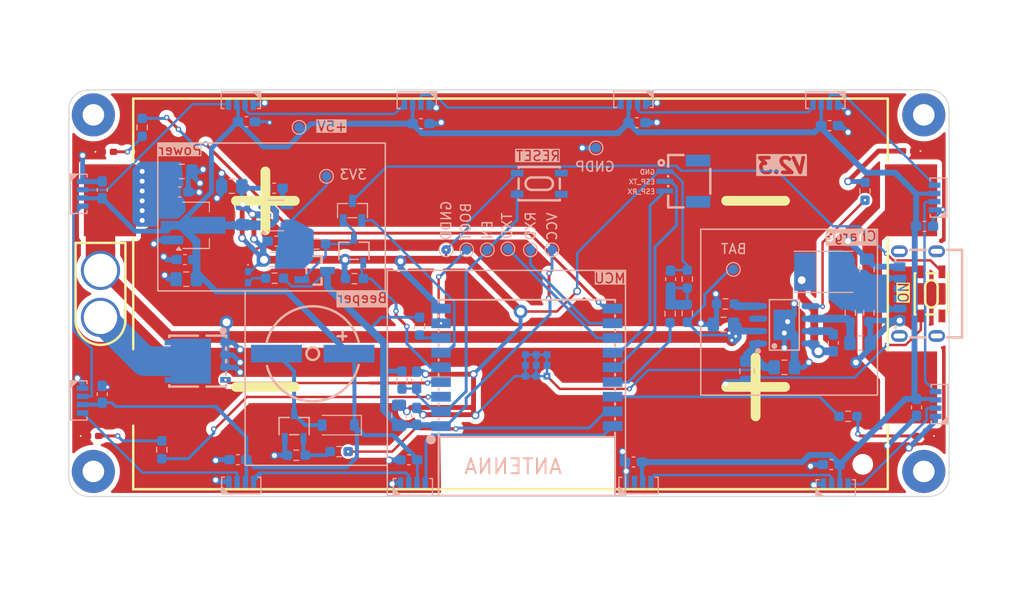
<source format=kicad_pcb>
(kicad_pcb (version 20240108) (generator "pcbnew") (generator_version "8.0")
  (title_block (title "esp32BatCharger") (date "2023-12-16") (company "dwain po"))
  (layers (0 "F.Cu" mixed) (31 "B.Cu" signal) (34 "B.Paste" user) (35 "F.Paste" user) (36 "B.SilkS" user "B.Silkscreen") (37 "F.SilkS" user "F.Silkscreen") (38 "B.Mask" user) (39 "F.Mask" user) (44 "Edge.Cuts" user))
  (net 0 "")
  (net 1 "+BATT")
  (net 2 "GNDPWR")
  (net 3 "+5V")
  (net 4 "Net-(BZ1-+)")
  (net 5 "GNDD")
  (net 6 "Net-(U3-BP)")
  (net 7 "+3V3")
  (net 8 "Net-(U2-VSYS)")
  (net 9 "VCC")
  (net 10 "Net-(U2-LX)")
  (net 11 "Net-(U2-BST)")
  (net 12 "Net-(C28-Pad1)")
  (net 13 "Net-(U2-VIN)")
  (net 14 "Net-(C37-Pad1)")
  (net 15 "/KEY")
  (net 16 "Net-(D2-A)")
  (net 17 "Net-(D13-A)")
  (net 20 "/ESP_TX")
  (net 21 "/ESP_RX")
  (net 22 "Net-(LED1-DO)")
  (net 23 "Net-(LED1-DI)")
  (net 24 "Net-(LED2-DI)")
  (net 25 "Net-(LED3-DI)")
  (net 26 "Net-(LED4-DI)")
  (net 27 "Net-(LED5-DI)")
  (net 28 "Net-(LED6-DI)")
  (net 29 "/RGB")
  (net 30 "Net-(LED8-DI)")
  (net 31 "Net-(LED10-DO)")
  (net 32 "/POWER_EN")
  (net 33 "Net-(U2-LED)")
  (net 34 "/BAT_FB")
  (net 35 "Net-(U2-NTC)")
  (net 36 "/EN")
  (net 37 "/TXD")
  (net 38 "/RXD")
  (net 39 "/IO9")
  (net 41 "Net-(LED12-DI)")
  (net 43 "Net-(LED11-DI)")
  (net 44 "/GREEN")
  (net 45 "Net-(D3-A)")
  (net 46 "Net-(D4-A)")
  (net 47 "/YELLOW")
  (net 48 "/BLUE")
  (net 49 "/BEEP")
  (net 50 "Net-(D6-A)")
  (net 51 "/BAT_EN")
  (net 52 "Net-(J2-Pin_1)")
  (net 53 "Net-(BT1-+-Pad3)")
  (net 54 "Net-(U1-IO8)")
  (net 57 "Net-(Q2-D)")
  (net 58 "Net-(D7-C)")
  (net 59 "Net-(Q5-G)")
  (footprint "MountingHole:MountingHole_2.2mm_M2_Pad" (layer "F.Cu") (at 67.025 107.625)
    (property "Reference" "H3" (hide yes))
    (property "Value" "MountingHole")
  )
  (footprint "LED_SMD:LED_0402_1005Metric_Pad0.77x0.64mm_HandSolder" (layer "F.Cu") (at 68.5 75)
    (property "Reference" "D13" (hide yes))
    (property "Value" "LED")
  )
  (footprint "LED_SMD:LED_0402_1005Metric_Pad0.77x0.64mm_HandSolder" (layer "F.Cu") (at 151.5 104 180)
    (property "Reference" "D4" (hide yes))
    (property "Value" "LED")
  )
  (footprint "bat_rf:CONN-TH_XT30U-F" (layer "F.Cu") (at 67.75 89.5 -90)
    (property "Reference" "J2" (hide yes))
    (property "Value" "Conn_01x02_Socket")
  )
  (footprint "bat_rf:SW-SMD_4P-L4.2-W3.3-P2.15-LS5.1" (layer "F.Cu") (at 152.5 89.5 -90)
    (property "Reference" "SW2" (hide yes))
    (property "Value" "3*4*2.5MM_贴片4脚")
  )
  (footprint "LED_SMD:LED_0402_1005Metric_Pad0.77x0.64mm_HandSolder" (layer "F.Cu") (at 67 104)
    (property "Reference" "D3" (hide yes))
    (property "Value" "LED")
  )
  (footprint "bat_rf:BAT-SMD_BH-18650-B1BA007" (layer "F.Cu") (at 109.57 89.5)
    (property "Reference" "BT1" (hide yes))
    (property "Value" "doubleBatCell" (hide yes))
  )
  (footprint "MountingHole:MountingHole_2.2mm_M2_Pad" (layer "F.Cu") (at 67.025 71.225)
    (property "Reference" "H4" (hide yes))
    (property "Value" "MountingHole")
  )
  (footprint "MountingHole:MountingHole_2.2mm_M2_Pad" (layer "F.Cu") (at 151.725 71.225)
    (property "Reference" "H1" (hide yes))
    (property "Value" "MountingHole")
  )
  (footprint "LED_SMD:LED_0402_1005Metric_Pad0.77x0.64mm_HandSolder" (layer "F.Cu") (at 150.125 74.925 180)
    (property "Reference" "D2" (hide yes))
    (property "Value" "RED")
  )
  (footprint "MountingHole:MountingHole_2.2mm_M2_Pad" (layer "F.Cu") (at 151.725 107.625)
    (property "Reference" "H2" (hide yes))
    (property "Value" "MountingHole")
  )
  (footprint "bat_rf:LED-SMD_4P-L4.0-W1.7_M4020-03003-RGB-862-001" (layer "B.Cu") (at 152.925 100.745 90)
    (property "Reference" "LED8" (hide yes))
    (property "Value" "XL-4020RGBC-WS2812B")
  )
  (footprint "bat_rf:CONN-SMD_3P-P1.00_WAFER-SH1.0-3PWB" (layer "B.Cu") (at 127 78 -90)
    (property "Reference" "J4" (hide yes))
    (property "Value" "Conn_01x03")
  )
  (footprint "Package_TO_SOT_SMD:SOT-89-3_Handsoldering" (layer "B.Cu") (at 77.5 82.5)
    (property "Reference" "U4" (hide yes))
    (property "Value" "AMS1117")
  )
  (footprint "Capacitor_SMD:C_0603_1608Metric_Pad1.08x0.95mm_HandSolder" (layer "B.Cu") (at 100.445 72.125 180)
    (property "Reference" "C31" (hide yes))
    (property "Value" "100n")
  )
  (footprint "TestPoint:TestPoint_Pad_D1.0mm" (layer "B.Cu") (at 118.3 74.6 180)
    (property "Reference" "TP9" (hide yes))
    (property "Value" "TestPoint")
  )
  (footprint "LED_SMD:LED_0402_1005Metric_Pad0.77x0.64mm_HandSolder" (layer "B.Cu") (at 82.8 87.8 -90)
    (property "Reference" "D6" (hide yes))
    (property "Value" "LED")
  )
  (footprint "TestPoint:TestPoint_Pad_D1.0mm" (layer "B.Cu") (at 109.3 84.9)
    (property "Reference" "TP2" (hide yes))
    (property "Value" "TestPoint")
  )
  (footprint "bat_rf:LED-SMD_4P-L4.0-W1.7_M4020-03003-RGB-862-001" (layer "B.Cu") (at 142.745 108.925)
    (property "Reference" "LED12" (hide yes))
    (property "Value" "XL-4020RGBC-WS2812B")
  )
  (footprint "Capacitor_SMD:C_0805_2012Metric_Pad1.18x1.45mm_HandSolder" (layer "B.Cu") (at 81.1375 78.5)
    (property "Reference" "FB1" (hide yes))
    (property "Value" "FerriteBead_Small")
  )
  (footprint "bat_rf:LED-SMD_4P-L4.0-W1.7_M4020-03003-RGB-862-001" (layer "B.Cu") (at 141.685 70.125 180)
    (property "Reference" "LED10" (hide yes))
    (property "Value" "XL-4020RGBC-WS2812B")
  )
  (footprint "Resistor_SMD:R_0603_1608Metric_Pad0.98x0.95mm_HandSolder" (layer "B.Cu") (at 92.1 105.6 180)
    (property "Reference" "R6" (hide yes))
    (property "Value" "100R")
  )
  (footprint "Capacitor_SMD:C_0603_1608Metric_Pad1.08x0.95mm_HandSolder" (layer "B.Cu") (at 122.465 72.025 180)
    (property "Reference" "C30" (hide yes))
    (property "Value" "100n")
  )
  (footprint "bat_rf:LED-SMD_4P-L4.0-W1.7_M4020-03003-RGB-862-001" (layer "B.Cu") (at 122.105 70.025 180)
    (property "Reference" "LED1" (hide yes))
    (property "Value" "XL-4020RGBC-WS2812B")
  )
  (footprint "Resistor_SMD:R_0603_1608Metric_Pad0.98x0.95mm_HandSolder" (layer "B.Cu") (at 145.725 79.025 -90)
    (property "Reference" "R3" (hide yes))
    (property "Value" "100R")
  )
  (footprint "Resistor_SMD:R_0603_1608Metric_Pad0.98x0.95mm_HandSolder" (layer "B.Cu") (at 85.5 87.9 180)
    (property "Reference" "R16" (hide yes))
    (property "Value" "1k")
  )
  (footprint "Resistor_SMD:R_0603_1608Metric_Pad0.98x0.95mm_HandSolder" (layer "B.Cu") (at 127.6 87.9875 -90)
    (property "Reference" "R10" (hide yes))
    (property "Value" "3m")
  )
  (footprint "bat_rf:LED-SMD_4P-L4.0-W1.7_M4020-03003-RGB-862-001" (layer "B.Cu") (at 82.10825 108.665)
    (property "Reference" "LED6" (hide yes))
    (property "Value" "XL-4020RGBC-WS2812B")
  )
  (footprint "Capacitor_SMD:C_0603_1608Metric_Pad1.08x0.95mm_HandSolder" (layer "B.Cu") (at 85.665 84.115 180)
    (property "Reference" "C9" (hide yes))
    (property "Value" "100n")
  )
  (footprint "bat_rf:LED-SMD_4P-L4.0-W1.7_M4020-03003-RGB-862-001" (layer "B.Cu") (at 100.005 70.125 180)
    (property "Reference" "LED2" (hide yes))
    (property "Value" "XL-4020RGBC-WS2812B")
  )
  (footprint "Resistor_SMD:R_0603_1608Metric_Pad0.98x0.95mm_HandSolder" (layer "B.Cu") (at 74 105.4125 90)
    (property "Reference" "R5" (hide yes))
    (property "Value" "1k")
  )
  (footprint "bat_rf:ESOP-8_L4.9-W3.9-P1.27-LS6.0-BL-EP3.1" (layer "B.Cu") (at 137.5 92.665 90)
    (property "Reference" "U2" (hide yes))
    (property "Value" "IP2325_5M_WHJC")
  )
  (footprint "Capacitor_SMD:C_0603_1608Metric_Pad1.08x0.95mm_HandSolder" (layer "B.Cu") (at 67.925 78.885 -90)
    (property "Reference" "C33" (hide yes))
    (property "Value" "100n")
  )
  (footprint "TestPoint:TestPoint_Pad_D1.0mm" (layer "B.Cu") (at 113.8 85)
    (property "Reference" "TP1" (hide yes))
    (property "Value" "TestPoint")
  )
  (footprint "Resistor_SMD:R_0603_1608Metric_Pad0.98x0.95mm_HandSolder" (layer "B.Cu") (at 131.5 90.525)
    (property "Reference" "R18" (hide yes))
    (property "Value" "51k")
  )
  (footprint "Resistor_SMD:R_0603_1608Metric_Pad0.98x0.95mm_HandSolder" (layer "B.Cu") (at 87.725 105.975)
    (property "Reference" "R7" (hide yes))
    (property "Value" "10k")
  )
  (footprint "Resistor_SMD:R_0603_1608Metric_Pad0.98x0.95mm_HandSolder" (layer "B.Cu") (at 93.647 87.9475)
    (property "Reference" "R11" (hide yes))
    (property "Value" "33k")
  )
  (footprint "Resistor_SMD:R_0603_1608Metric_Pad0.98x0.95mm_HandSolder" (layer "B.Cu") (at 125.85 91.525 90)
    (property "Reference" "R14" (hide yes))
    (property "Value" "1k")
  )
  (footprint "Capacitor_SMD:C_0603_1608Metric_Pad1.08x0.95mm_HandSolder" (layer "B.Cu") (at 99.205 106.445)
    (property "Reference" "C36" (hide yes))
    (property "Value" "100n")
  )
  (footprint "bat_rf:AO3401" (layer "B.Cu") (at 90.4125 87.047 180)
    (property "Reference" "Q3" (hide yes))
    (property "Value" "AO3401")
  )
  (footprint "Capacitor_SMD:C_0603_1608Metric_Pad1.08x0.95mm_HandSolder" (layer "B.Cu") (at 67.925 99.745 -90)
    (property "Reference" "C34" (hide yes))
    (property "Value" "100n")
  )
  (footprint "Capacitor_SMD:C_0603_1608Metric_Pad1.08x0.95mm_HandSolder" (layer "B.Cu") (at 122.11575 106.665)
    (property "Reference" "C11" (hide yes))
    (property "Value" "100n")
  )
  (footprint "bat_rf:USB-C-SMD_HX-TYPE-C-6PIN" (layer "B.Cu") (at 151.1365 89.475 -90)
    (property "Reference" "J1" (hide yes))
    (property "Value" "USB_C_Receptacle_PowerOnly_6P")
  )
  (footprint "TestPoint:TestPoint_Pad_D1.0mm" (layer "B.Cu") (at 90.8 77.5 180)
    (property "Reference" "TP8" (hide yes))
    (property "Value" "TestPoint")
  )
  (footprint "TestPoint:TestPoint_Pad_D1.0mm" (layer "B.Cu") (at 103 85)
    (property "Reference" "TP6" (hide yes))
    (property "Value" "TestPoint")
  )
  (footprint "bat_rf:PDFN-8_L4.9-W5.8-P1.27-LS6.1-BL" (layer "B.Cu") (at 77.665 96.367 -90)
    (property "Reference" "Q4" (hide yes))
    (property "Value" "KNY3406C")
  )
  (footprint "TestPoint:TestPoint_Pad_D1.0mm" (layer "B.Cu") (at 105.1 85)
    (property "Reference" "TP5" (hide yes))
    (property "Value" "TestPoint")
  )
  (footprint "Resistor_SMD:R_0603_1608Metric_Pad0.98x0.95mm_HandSolder" (layer "B.Cu") (at 144.225 91.4375 -90)
    (property "Reference" "R1" (hide yes))
    (property "Value" "0.5R")
  )
  (footprint "bat_rf:LED-SMD_4P-L4.0-W1.7_M4020-03003-RGB-862-001" (layer "B.Cu") (at 65.925 79.285 -90)
    (property "Reference" "LED4" (hide yes))
    (property "Value" "XL-4020RGBC-WS2812B")
  )
  (footprint "bat_rf:BULETM-SMD_18P-L20.0-W18.0-P1.50_ESP32-C3-WROOM" (layer "B.Cu") (at 111.2355 97)
    (property "Reference" "U1" (hide yes))
    (property "Value" "ESP32-C3-WROOM-02-N4")
  )
  (footprint "bat_rf:LED-SMD_4P-L4.0-W1.7_M4020-03003-RGB-862-001" (layer "B.Cu") (at 82.065 70.125 180)
    (property "Reference" "LED3" (hide yes))
    (property "Value" "XL-4020RGBC-WS2812B")
  )
  (footprint "TestPoint:TestPoint_Pad_D1.0mm" (layer "B.Cu") (at 132.3 87 180)
    (property "Reference" "TP11" (hide yes))
    (property "Value" "TestPoint")
  )
  (footprint "Capacitor_SMD:C_0603_1608Metric_Pad1.08x0.95mm_HandSolder" (layer "B.Cu") (at 81.7625 106.425)
    (property "Reference" "C35" (hide yes))
    (property "Value" "100n")
  )
  (footprint "TestPoint:TestPoint_Pad_D1.0mm" (layer "B.Cu") (at 107.2 85)
    (property "Reference" "TP4" (hide yes))
    (property "Value" "TestPoint")
  )
  (footprint "Capacitor_SMD:C_0603_1608Metric_Pad1.08x0.95mm_HandSolder" (layer "B.Cu") (at 151.8 82.6 180)
    (property "Reference" "C6" (hide yes))
    (property "Value" "100n")
  )
  (footprint "bat_rf:BUZ-SMD_FUET-9045" (layer "B.Cu") (at 89.4 95.6 -90)
    (property "Reference" "BZ1" (hide yes))
    (property "Value" "Buzzer")
  )
  (footprint "Capacitor_SMD:C_0603_1608Metric_Pad1.08x0.95mm_HandSolder" (layer "B.Cu") (at 142.5 94.5 -90)
    (property "Reference" "C27" (hide yes))
    (property "Value" "100n")
  )
  (footprint "Resistor_SMD:R_0603_1608Metric_Pad0.98x0.95mm_HandSolder" (layer "B.Cu") (at 72 72.5 -90)
    (property "Reference" "R13" (hide yes))
    (property "Value" "1k")
  )
  (footprint "TestPoint:TestPoint_Pad_D1.0mm" (layer "B.Cu") (at 88 72.5 180)
    (property "Reference" "TP7" (hide yes))
    (property "Value" "TestPoint")
  )
  (footprint "Capacitor_SMD:C_0805_2012Metric_Pad1.18x1.45mm_HandSolder" (layer "B.Cu") (at 98.2 101.9 90)
    (property "Reference" "C12" (hide yes))
    (property "Value" "10u")
  )
  (footprint "Capacitor_SMD:C_0805_2012Metric_Pad1.18x1.45mm_HandSolder" (layer "B.Cu") (at 145.925 87 90)
    (property "Reference" "C28" (hide yes))
    (property "Value" "10u")
  )
  (footprint "Capacitor_SMD:C_0603_1608Metric_Pad1.08x0.95mm_HandSolder" (layer "B.Cu") (at 82.645 71.925 180)
    (property "Reference" "C32" (hide yes))
    (property "Value" "100n")
  )
  (footprint "Capacitor_SMD:C_0603_1608Metric_Pad1.08x0.95mm_HandSolder" (layer "B.Cu") (at 100 98.3 90)
    (property "Reference" "C16" (hide yes))
    (property "Value" "100n")
  )
  (footprint "Capacitor_SMD:C_0603_1608Metric_Pad1.08x0.95mm_HandSolder" (layer "B.Cu") (at 100 102 90)
    (property "Reference" "C13" (hide yes))
    (property "Value" "100n")
  )
  (footprint "Capacitor_SMD:C_0603_1608Metric_Pad1.08x0.95mm_HandSolder" (layer "B.Cu") (at 85.465 78.715 180)
    (property "Reference" "C7" (hide yes))
    (property "Value" "10n")
  )
  (footprint "Capacitor_SMD:C_0603_1608Metric_Pad1.08x0.95mm_HandSolder" (layer "B.Cu") (at 75.8375 79.1)
    (property "Reference" "C3" (hide yes))
    (property "Value" "100n")
  )
  (footprint "Resistor_SMD:R_0603_1608Metric_Pad0.98x0.95mm_HandSolder" (layer "B.Cu") (at 144 102)
    (property "Reference" "R15" (hide yes))
    (property "Value" "1k")
  )
  (footprint "TestPoint:TestPoint_Pad_D1.0mm" (layer "B.Cu") (at 111.6 85)
    (property "Reference" "TP3" (hide yes))
    (property "Value" "TestPoint")
  )
  (footprint "Capacitor_SMD:C_0805_2012Metric_Pad1.18x1.45mm_HandSolder" (layer "B.Cu") (at 85.3 86 180)
    (property "Reference" "C8" (hide yes))
    (property "Value" "10u")
  )
  (footprint "Capacitor_SMD:C_0805_2012Metric_Pad1.18x1.45mm_HandSolder" (layer "B.Cu") (at 131.3 92.625 180)
    (property "Reference" "C40" (hide yes))
    (property "Value" "10u")
  )
  (footprint "Capacitor_SMD:C_0805_2012Metric_Pad1.18x1.45mm_HandSolder" (layer "B.Cu") (at 145.225 94.525)
    (property "Reference" "C29" (hide yes))
    (property "Value" "10u")
  )
  (footprint "Package_TO_SOT_SMD:SOT-23-5" (layer "B.Cu") (at 85.6375 81.5)
    (property "Reference" "U3" (hide yes))
    (property "Value" "SPX3819M5-L-3-3")
  )
  (footprint "bat_rf:LED-SMD_4P-L4.0-W1.7_M4020-03003-RGB-862-001" (layer "B.Cu") (at 152.825 79.665 90)
    (property "Reference" "LED9" (hide yes))
    (property "Value" "XL-4020RGBC-WS2812B")
  )
  (footprint "Capacitor_SMD:C_0603_1608Metric_Pad1.08x0.95mm_HandSolder" (layer "B.Cu") (at 142.285 106.925)
    (property "Reference" "C17" (hide yes))
    (property "Value" "100n")
  )
  (footprint "bat_rf:SW-SMD_4P-L4.2-W3.3-P2.15-LS5.1" (layer "B.Cu") (at 112.5 78.25)
    (property "Reference" "SW1" (hide yes))
    (property "Value" "3*4*2.5MM_贴片4脚")
  )
  (footprint "bat_rf:SOT-23" (layer "B.Cu") (at 93.6 85.1 -90)
    (property "Reference" "Q2" (hide yes))
    (property "Value" "AllPower__AP2300")
  )
  (footprint "Capacitor_SMD:C_0805_2012Metric_Pad1.18x1.45mm_HandSolder" (layer "B.Cu") (at 137.5 97)
    (property "Reference" "C10" (hide yes))
    (property "Value" "22u")
  )
  (footprint "Resistor_SMD:R_0603_1608Metric_Pad0.98x0.95mm_HandSolder" (layer "B.Cu") (at 98.5 98.3 90)
    (property "Reference" "R12" (hide yes))
    (property "Value" "10k")
  )
  (footprint "Capacitor_SMD:C_0805_2012Metric_Pad1.18x1.45mm_HandSolder" (layer "B.Cu") (at 76.5 88 180)
    (property "Reference" "C2" (hide yes))
    (property "Value" "10u")
  )
  (footprint "bat_rf:LED-SMD_4P-L4.0-W1.7_M4020-03003-RGB-862-001" (layer "B.Cu") (at 99.61 108.8)
    (property "Reference" "LED7" (hide yes))
    (property "Value" "XL-4020RGBC-WS2812B")
  )
  (footprint "Capacitor_SMD:C_0805_2012Metric_Pad1.18x1.45mm_HandSolder" (layer "B.Cu") (at 76.0375 77)
    (property "Reference" "C4" (hide yes))
    (property "Value" "10u")
  )
  (footprint "Capacitor_SMD:C_0603_1608Metric_Pad1.08x0.95mm_HandSolder" (layer "B.Cu") (at 76.3625 86 180)
    (property "Reference" "C1" (hide yes))
    (property "Value" "100n")
  )
  (footprint "bat_rf:LED-SMD_4P-L4.0-W1.7_M4020-03003-RGB-862-001" (layer "B.Cu") (at 122.63325 108.665)
    (property "Reference" "LED11" (hide yes))
    (property "Value" "XL-4020RGBC-WS2812B")
  )
  (footprint "Capacitor_SMD:C_0805_2012Metric_Pad1.18x1.45mm_HandSolder" (layer "B.Cu") (at 82.265 81.415 90)
    (property "Reference" "C15" (hide yes))
    (property "Value" "10u")
  )
  (footprint "bat_rf:BAT54C" (layer "B.Cu") (at 93.453 81 -90)
    (property "Reference" "D7" (hide yes))
    (property "Value" "BAT54C")
  )
  (footprint "Capacitor_SMD:C_0603_1608Metric_Pad1.08x0.95mm_HandSolder" (layer "B.Cu") (at 142.125 72.325 180)
    (property "Reference" "C14" (hide yes))
    (property "Value" "100n")
  )
  (footprint "Diode_SMD:D_SOD-123" (layer "B.Cu") (at 92 102.9 180)
    (property "Reference" "D5" (hide yes))
    (property "Value" "1N4148W")
  )
  (footprint "Resistor_SMD:R_0603_1608Metric_Pad0.98x0.95mm_HandSolder" (layer "B.Cu") (at 100.3 92.8 90)
    (property "Reference" "R4" (hide yes))
    (property "Value" "10k")
  )
  (footprint "Resistor_SMD:R_0603_1608Metric_Pad0.98x0.95mm_HandSolder" (layer "B.Cu") (at 146.125 91.425 90)
    (property "Reference" "R2" (hide yes))
    (property "Value" "5k1")
  )
  (footprint "Capacitor_SMD:C_0805_2012Metric_Pad1.18x1.45mm_HandSolder" (layer "B.Cu") (at 133.7 97.4 -90)
    (property "Reference" "C26" (hide yes))
    (property "Value" "22u")
  )
  (footprint "Capacitor_SMD:C_0603_1608Metric_Pad1.08x0.95mm_HandSolder" (layer "B.Cu") (at 150.985 101.09075 90)
    (property "Reference" "C5" (hide yes))
    (property "Value" "100n")
  )
  (footprint "Resistor_SMD:R_0603_1608Metric_Pad0.98x0.95mm_HandSolder" (layer "B.Cu") (at 127.6 91.4875 -90)
    (property "Reference" "R9" (hide yes))
    (property "Value" "7m")
  )
  (footprint "bat_rf:LED-SMD_4P-L4.0-W1.7_M4020-03003-RGB-862-001" (layer "B.Cu") (at 65.925 100.385 -90)
    (property "Reference" "LED5" (hide yes))
    (property "Value" "XL-4020RGBC-WS2812B")
  )
  (footprint "bat_rf:SOT-23" (layer "B.Cu") (at 87.5 103 -90)
    (property "Reference" "Q5" (hide yes))
    (property "Value" "AllPower__AP2300")
  )
  (footprint "Capacitor_SMD:C_0603_1608Metric_Pad1.08x0.95mm_HandSolder" (layer "B.Cu") (at 125.9 87.9875 90)
    (property "Reference" "C37" (hide yes))
    (property "Value" "2.2u")
  )
  (footprint "Inductor_SMD:L_Taiyo-Yuden_NR-40xx_HandSoldering" (layer "B.Cu") (at 141.5 87.25 180)
    (property "Reference" "L2" (hide yes))
    (property "Value" "2.2uH")
  )
  (footprint "Resistor_SMD:R_0603_1608Metric_Pad0.98x0.95mm_HandSolder" (layer "B.Cu") (at 89.8 84.4)
    (property "Reference" "R8" (hide yes))
    (property "Value" "33k")
  )
  (gr_rect (start 97 87.1) (end 121.3 110.1) (stroke (width 0.15)) (fill none) (layer "B.SilkS"))
  (gr_rect (start 73.6 74.1) (end 96.8 89.2) (stroke (width 0.15)) (fill none) (layer "B.SilkS"))
  (gr_rect (start 82.5 89.2) (end 97 107) (stroke (width 0.15)) (fill none) (layer "B.SilkS"))
  (gr_rect (start 128.97625 82.9) (end 147 99.832) (stroke (width 0.15)) (fill none) (layer "B.SilkS"))
  (gr_arc (start 152.300841 68.675) (mid 153.715027 69.260802) (end 154.300841 70.675) (stroke (width 0.1)) (layer "Edge.Cuts"))
  (gr_line (start 151.419998 110.175) (end 66.519998 110.175) (stroke (width 0.1)) (layer "Edge.Cuts"))
  (gr_line (start 154.300841 70.675) (end 154.300841 108.175) (stroke (width 0.1)) (layer "Edge.Cuts"))
  (gr_line (start 152.300841 110.175) (end 151.419998 110.175) (stroke (width 0.1)) (layer "Edge.Cuts"))
  (gr_line (start 64.519998 108.175) (end 64.519998 70.675) (stroke (width 0.1)) (layer "Edge.Cuts"))
  (gr_arc (start 64.519998 70.675) (mid 65.105784 69.260786) (end 66.519998 68.675) (stroke (width 0.1)) (layer "Edge.Cuts"))
  (gr_line (start 66.519998 68.675) (end 151.419998 68.675) (stroke (width 0.1)) (layer "Edge.Cuts"))
  (gr_line (start 151.419998 68.675) (end 152.300841 68.675) (stroke (width 0.1)) (layer "Edge.Cuts"))
  (gr_arc (start 66.519998 110.175) (mid 65.105784 109.589214) (end 64.519998 108.175) (stroke (width 0.1)) (layer "Edge.Cuts"))
  (gr_arc (start 154.300841 108.175) (mid 153.715057 109.589229) (end 152.300841 110.175) (stroke (width 0.1)) (layer "Edge.Cuts"))
  (gr_text "VCC" (at 114.4 81.1 90) (layer "B.SilkS") (effects (font (size 1 1)) (justify left bottom mirror)))
  (gr_text "Charge" (at 147 84.2 0) (layer "B.SilkS" knockout) (effects (font (size 1 1)) (justify left bottom mirror)))
  (gr_text "Beeper" (at 97.1 90.5 0) (layer "B.SilkS" knockout) (effects (font (size 1 1)) (justify left bottom mirror)))
  (gr_text "Power" (at 78.2 75.4 0) (layer "B.SilkS" knockout) (effects (font (size 1 1)) (justify left bottom mirror)))
  (gr_text "GNDP" (at 120.3 77.1 0) (layer "B.SilkS") (effects (font (size 1 1)) (justify left bottom mirror)))
  (gr_text "BAT" (at 133.75 85.5 0) (layer "B.SilkS") (effects (font (size 1 1)) (justify left bottom mirror)))
  (gr_text "GND" (at 124.3635 77.355363 0) (layer "B.SilkS") (effects (font (size 0.5 0.5) (thickness 0.1)) (justify left bottom mirror)))
  (gr_text "GNDD" (at 103.6 79.9 90) (layer "B.SilkS") (effects (font (size 1 1)) (justify left bottom mirror)))
  (gr_text "ESP_RX" (at 124.3635 79.355363 0) (layer "B.SilkS") (effects (font (size 0.5 0.5) (thickness 0.1)) (justify left bottom mirror)))
  (gr_text "3V3" (at 95 77.9 0) (layer "B.SilkS") (effects (font (size 1 1)) (justify left bottom mirror)))
  (gr_text "MCU" (at 121.4 88.5 0) (layer "B.SilkS" knockout) (effects (font (size 1 1)) (justify left bottom mirror)))
  (gr_text "BOOT" (at 105.6 80.1 90) (layer "B.SilkS") (effects (font (size 1 1)) (justify left bottom mirror)))
  (gr_text "+5V" (at 93 73 0) (layer "B.SilkS" knockout) (effects (font (size 1 1)) (justify left bottom mirror)))
  (gr_text "V2.3" (at 140 77.3 0) (layer "B.SilkS" knockout) (effects (font (size 1.5 1.5) (thickness 0.375) (bold yes) (italic yes)) (justify left bottom mirror)))
  (gr_text "RESET" (at 114.75 76 0) (layer "B.SilkS" knockout) (effects (font (size 1 1)) (justify left bottom mirror)))
  (gr_text "EN" (at 107.8 81.9 90) (layer "B.SilkS") (effects (font (size 1 1)) (justify left bottom mirror)))
  (gr_text "TXD" (at 109.8 81.1 90) (layer "B.SilkS") (effects (font (size 1 1)) (justify left bottom mirror)))
  (gr_text "ESP_TX" (at 124.3635 78.355363 0) (layer "B.SilkS") (effects (font (size 0.5 0.5) (thickness 0.1)) (justify left bottom mirror)))
  (gr_text "RXD" (at 112.2 81 90) (layer "B.SilkS") (effects (font (size 1 1)) (justify left bottom mirror)))
  (gr_text "ON" (at 150.25 90.5 90) (layer "F.SilkS" knockout) (effects (font (size 1 1)) (justify left bottom)))
  (segment (start 68.47 79.925) (end 69.925 79.925) (width 0.5) (layer "F.Cu") (net 1))
  (segment (start 132.275 93.9) (end 74.75 93.9) (width 1.2) (layer "F.Cu") (net 1))
  (segment (start 68.47 79.925) (end 71.925 79.925) (width 0.5) (layer "F.Cu") (net 1))
  (segment (start 132.54375 93.83125) (end 132.375 94) (width 1.2) (layer "F.Cu") (net 1))
  (segment (start 67.75 80.915) (end 68.715 79.95) (width 3) (layer "F.Cu") (net 1))
  (segment (start 74.75 93.9) (end 67.825 86.975) (width 1.2) (layer "F.Cu") (net 1))
  (segment (start 68 87) (end 68 80.394998) (width 2.2) (layer "F.Cu") (net 1))
  (segment (start 70 78.5) (end 71.5 78.5) (width 0.5) (layer "F.Cu") (net 1))
  (segment (start 72 77) (end 71.85 77) (width 0.5) (layer "F.Cu") (net 1))
  (segment (start 67.825 86.975) (end 67.825 80.57) (width 2) (layer "F.Cu") (net 1))
  (segment (start 71.075 79.925) (end 72 79) (width 0.5) (layer "F.Cu") (net 1))
  (segment (start 68.47 79.925) (end 70.925 79.925) (width 0.5) (layer "F.Cu") (net 1))
  (segment (start 68.925 79.925) (end 68.47 79.925) (width 0.5) (layer "F.Cu") (net 1))
  (segment (start 70.925 79.925) (end 72 81) (width 0.5) (layer "F.Cu") (net 1))
  (segment (start 132.375 94) (end 132.275 93.9) (width 1.2) (layer "F.Cu") (net 1))
  (segment (start 68 80.394998) (end 68.469998 79.925) (width 2.2) (layer "F.Cu") (net 1))
  (segment (start 67.825 80.57) (end 68.47 79.925) (width 2) (layer "F.Cu") (net 1))
  (segment (start 69.925 79.925) (end 72 82) (width 0.5) (layer "F.Cu") (net 1))
  (segment (start 71.85 77) (end 68.925 79.925) (width 0.5) (layer "F.Cu") (net 1))
  (segment (start 68.575 79.925) (end 70 78.5) (width 0.5) (layer "F.Cu") (net 1))
  (segment (start 71.925 79.925) (end 72 80) (width 0.5) (layer "F.Cu") (net 1))
  (segment (start 67.75 87.1) (end 67.75 80.915) (width 3) (layer "F.Cu") (net 1))
  (segment (start 68.469998 79.925) (end 71.075 79.925) (width 0.5) (layer "F.Cu") (net 1))
  (segment (start 132.54375 93.83125) (end 132.137162 94.237838) (width 1.2) (layer "F.Cu") (net 1))
  (segment (start 67.825 86.975) (end 67.825 80.84) (width 2.5) (layer "F.Cu") (net 1))
  (segment (start 71.5 78.5) (end 72 78) (width 0.5) (layer "F.Cu") (net 1))
  (segment (start 132.375 94) (end 131.875 93.5) (width 1.2) (layer "F.Cu") (net 1))
  (segment (start 67.825 80.84) (end 68.715 79.95) (width 2.5) (layer "F.Cu") (net 1))
  (segment (start 68.469998 79.925) (end 68.575 79.925) (width 0.5) (layer "F.Cu") (net 1))
  (via (at 72 80) (size 0.8) (drill 0.5) (layers "F.Cu" "B.Cu") (net 1))
  (via (at 131.875 93.5) (size 0.55) (drill 0.3) (layers "F.Cu" "B.Cu") (net 1))
  (via (at 72 82) (size 0.8) (drill 0.5) (layers "F.Cu" "B.Cu") (net 1))
  (via (at 72 81) (size 0.8) (drill 0.5) (layers "F.Cu" "B.Cu") (net 1))
  (via (at 72 77) (size 0.8) (drill 0.5) (layers "F.Cu" "B.Cu") (net 1))
  (via (at 132.137162 94.237838) (size 0.55) (drill 0.3) (layers "F.Cu" "B.Cu") (net 1))
  (via (at 132.54375 93.83125) (size 0.55) (drill 0.3) (layers "F.Cu" "B.Cu") (net 1))
  (via (at 72 78) (size 0.8) (drill 0.5) (layers "F.Cu" "B.Cu") (net 1))
  (via (at 72 79) (size 0.8) (drill 0.5) (layers "F.Cu" "B.Cu") (net 1))
  (segment (start 129.375 89.564339) (end 131.939339 87) (width 0.3) (layer "B.Cu") (net 1))
  (segment (start 134.818 93.3) (end 133.0125 93.3) (width 0.7) (layer "B.Cu") (net 1))
  (segment (start 131.939339 87) (end 132.3 87) (width 0.3) (layer "B.Cu") (net 1))
  (segment (start 127.6 92.4) (end 128.9 93.7) (width 0.3) (layer "B.Cu") (net 1))
  (segment (start 133.0125 93.3) (end 132.3375 92.625) (width 0.7) (layer "B.Cu") (net 1))
  (segment (start 127.6 92.4) (end 129.375 90.625) (width 0.3) (layer "B.Cu") (net 1))
  (segment (start 128.9 93.7) (end 132.4125 93.7) (width 0.3) (layer "B.Cu") (net 1))
  (segment (start 132.54375 93.83125) (end 132.54375 92.83125) (width 1.2) (layer "B.Cu") (net 1))
  (segment (start 132.54375 92.83125) (end 132.3375 92.625) (width 1.2) (layer "B.Cu") (net 1))
  (segment (start 129.375 90.625) (end 129.375 89.564339) (width 0.3) (layer "B.Cu") (net 1))
  (segment (start 132.54375 93.83125) (end 132.375 94) (width 1.2) (layer "B.Cu") (net 1))
  (segment (start 132.4125 93.7) (end 132.54375 93.83125) (width 0.3) (layer "B.Cu") (net 1))
  (segment (start 152.375 104) (end 151.55 104.825) (width 0.3) (layer "F.Cu") (net 2))
  (segment (start 68.47 99.025) (end 68.47 98.03) (width 0.5) (layer "F.Cu") (net 2))
  (segment (start 68.47 99.025) (end 70.025 99.025) (width 0.5) (layer "F.Cu") (net 2))
  (segment (start 150.589861 104.825) (end 150.20743 105.207431) (width 0.3) (layer "F.Cu") (net 2))
  (segment (start 68.47 99.025) (end 70.709582 99.025) (width 0.5) (layer "F.Cu") (net 2))
  (segment (start 66.125 104) (end 66.125 103.875) (width 0.3) (layer "F.Cu") (net 2))
  (segment (start 151.55 104.825) (end 150.589861 104.825) (width 0.3) (layer "F.Cu") (net 2))
  (segment (start 153.524998 84.075002) (end 153.525 84.075) (width 0.5) (layer "F.Cu") (net 2))
  (via (at 129 92.5) (size 0.8) (drill 0.5) (layers "F.Cu" "B.Cu") (net 2))
  (via (at 153.675841 80.9) (size 0.55) (drill 0.3) (layers "F.Cu" "B.Cu") (net 2))
  (via (at 68.469998 99.025) (size 0.55) (drill 0.3) (layers "F.Cu" "B.Cu") (net 2))
  (via (at 78.2125 76.8) (size 0.8) (drill 0.5) (layers "F.Cu" "B.Cu") (net 2))
  (via (at 137.8325 92.3325) (size 0.8) (drill 0.5) (layers "F.Cu" "B.Cu") (net 2))
  (via (at 97.5 108.9) (size 0.8) (drill 0.5) (layers "F.Cu" "B.Cu") (net 2))
  (via (at 150.20743 105.207431) (size 0.8) (drill 0.5) (layers "F.Cu" "B.Cu") (net 2))
  (via (at 144 84.1) (size 1.2) (drill 0.6) (layers "F.Cu" "B.Cu") (net 2))
  (via (at 82 96.5) (size 0.8) (drill 0.5) (layers "F.Cu" "B.Cu") (net 2))
  (via (at 79.5 108.5) (size 0.8) (drill 0.5) (layers "F.Cu" "B.Cu") (net 2))
  (via (at 138.5 90.5) (size 0.8) (drill 0.5) (layers "F.Cu" "B.Cu") (net 2))
  (via (at 116.9 74.6) (size 0.8) (drill 0.5) (layers "F.Cu" "B.Cu") (net 2))
  (via (at 140.182069 107.090725) (size 0.8) (drill 0.5) (layers "F.Cu" "B.Cu") (net 2))
  (via (at 65.399847 98.100153) (size 0.8) (drill 0.5) (layers "F.Cu" "B.Cu") (net 2))
  (via (at 65.925 75.3641) (size 0.8) (drill 0.5) (layers "F.Cu" "B.Cu") (net 2))
  (via (at 144 73) (size 0.8) (drill 0.5) (layers "F.Cu" "B.Cu") (net 2))
  (via (at 97.2 106.5) (size 0.8) (drill 0.5) (layers "F.Cu" "B.Cu") (net 2))
  (via (at 74.3 87.6) (size 0.8) (drill 0.5) (layers "F.Cu" "B.Cu") (net 2))
  (via (at 79.631455 79.731455) (size 0.8) (drill 0.5) (layers "F.Cu" "B.Cu") (net 2))
  (via (at 82 95.2) (size 0.8) (drill 0.5) (layers "F.Cu" "B.Cu") (net 2))
  (via (at 77.9 78.2) (size 0.8) (drill 0.5) (layers "F.Cu" "B.Cu") (net 2))
  (via (at 148 105) (size 0.8) (drill 0.5) (layers "F.Cu" "B.Cu") (net 2))
  (via (at 80.6 92.4) (size 1.4) (drill 0.8) (layers "F.Cu" "B.Cu") (net 2))
  (via (at 144.8 96.5) (size 1.2) (drill 0.6) (layers "F.Cu" "B.Cu") (net 2))
  (via (at 124.5 72) (size 0.8) (drill 0.5) (layers "F.Cu" "B.Cu") (net 2))
  (via (at 80.1 77.2) (size 0.8) (drill 0.5) (layers "F.Cu" "B.Cu") (net 2))
  (via (at 82 97.5) (size 0.8) (drill 0.5) (layers "F.Cu" "B.Cu") (net 2))
  (via (at 74.2 85.7) (size 0.8) (drill 0.5) (layers "F.Cu" "B.Cu") (net 2))
  (via (at 79.5 106.5) (size 0.8) (drill 0.5) (layers "F.Cu" "B.Cu") (net 2))
  (via (at 121.37325 107.6) (size 0.8) (drill 0.5) (layers "F.Cu" "B.Cu") (net 2))
  (via (at 124.5 70) (size 0.8) (drill 0.5) (layers "F.Cu" "B.Cu") (net 2))
  (via (at 144 71) (size 0.8) (drill 0.5) (layers "F.Cu" "B.Cu") (net 2))
  (via (at 102 70.5) (size 0.8) (drill 0.5) (layers "F.Cu" "B.Cu") (net 2))
  (via (at 84.5 70) (size 0.8) (drill 0.5) (layers "F.Cu" "B.Cu") (net 2))
  (via (at 102.5 72) (size 0.8) (drill 0.5) (layers "F.Cu" "B.Cu") (net 2))
  (via (at 140 96.5) (size 0.8) (drill 0.5) (layers "F.Cu" "B.Cu") (net 2))
  (via (at 137.5 93.5) (size 0.8) (drill 0.5) (layers "F.Cu" "B.Cu") (net 2))
  (via blind (at 149.2565 92.225) (size 1.2) (drill 0.6) (layers "F.Cu" "B.Cu") (net 2))
  (via (at 130.5 89.5) (size 0.8) (drill 0.5) (layers "F.Cu" "B.Cu") (net 2))
  (via (at 131.5 98.7) (size 0.8) (drill 0.5) (layers "F.Cu" "B.Cu") (net 2))
  (via (at 77.829373 79.129373) (size 0.8) (drill 0.5) (layers "F.Cu" "B.Cu") (net 2))
  (via (at 85.5 106) (size 0.8) (drill 0.5) (layers "F.Cu" "B.Cu") (net 2))
  (via (at 121 105.6) (size 0.8) (drill 0.5) (layers "F.Cu" "B.Cu") (net 2))
  (via (at 140.5 109) (size 0.8) (drill 0.5) (layers "F.Cu" "B.Cu") (net 2))
  (via (at 85 72) (size 0.55) (drill 0.3) (layers "F.Cu" "B.Cu") (net 2))
  (via (at 73.2 84.4) (size 0.8) (drill 0.5) (layers "F.Cu" "B.Cu") (net 2))
  (via (at 137.5 95) (size 0.8) (drill 0.5) (layers "F.Cu" "B.Cu") (net 2))
  (segment (start 86.55 104.235) (end 86.55 105.7125) (width 0.5) (layer "B.Cu") (net 2))
  (segment (start 130.5875 90.525) (end 130.5875 92.3) (width 0.5) (layer "B.Cu") (net 2))
  (segment (start 149.2565 92.225) (end 148.5625 92.225) (width 0.6) (layer "B.Cu") (net 2))
  (segment (start 84.925 71.925) (end 85 72) (width 0.3) (layer "B.Cu") (net 2))
  (segment (start 80.5 95) (end 80.5 92.5) (width 0.8) (layer "B.Cu") (net 2))
  (segment (start 130.5875 89.5875) (end 130.5 89.5) (width 0.5) (layer "B.Cu") (net 2))
  (segment (start 124.5 72) (end 124.475 72.025) (width 0.5) (layer "B.Cu") (net 2))
  (segment (start 121 105.6) (end 121 106.41175) (width 0.5) (layer "B.Cu") (net 2))
  (segment (start 153.675841 80.9) (end 152.85 80.9) (width 0.3) (layer "B.Cu") (net 2))
  (segment (start 129.125 92.625) (end 129 92.5) (width 0.5) (layer "B.Cu") (net 2))
  (segment (start 75.5 86) (end 74.5 86) (width 0.5) (layer "B.Cu") (net 2))
  (segment (start 74.5 86) (end 74.2 85.7) (width 0.5) (layer "B.Cu") (net 2))
  (segment (start 139.5 97) (end 140 96.5) (width 0.5) (layer "B.Cu") (net 2))
  (segment (start 121.37325 106.785) (end 121.25325 106.665) (width 0.5) (layer "B.Cu") (net 2))
  (segment (start 77.075 77.375) (end 77.9 78.2) (width 0.5) (layer "B.Cu") (net 2))
  (segment (start 80.84825 108.665) (end 79.665 108.665) (width 0.5) (layer "B.Cu") (net 2))
  (segment (start 150.20743 105.207431) (end 152.925 102.489861) (width 0.5) (layer "B.Cu") (net 2))
  (segment (start 133.7 98.4375) (end 131.7625 98.4375) (width 0.5) (layer "B.Cu") (net 2))
  (segment (start 149.2565 86.725) (end 146.6875 86.725) (width 0.6) (layer "B.Cu") (net 2))
  (segment (start 77.075 77) (end 78.0125 77) (width 0.5) (layer "B.Cu") (net 2))
  (segment (start 80.9 106.425) (end 79.575 106.425) (width 0.5) (layer "B.Cu") (net 2))
  (segment (start 65.925 98.625306) (end 65.399847 98.100153) (width 0.5) (layer "B.Cu") (net 2))
  (segment (start 124.475 70.025) (end 124.5 70) (width 0.5) (layer "B.Cu") (net 2))
  (segment (start 130.2625 92.625) (end 129.125 92.625) (width 0.5) (layer "B.Cu") (net 2))
  (segment (start 78.0125 77) (end 78.2125 76.8) (width 0.5) (layer "B.Cu") (net 2))
  (segment (start 101.265 70.125) (end 101.625 70.125) (width 0.5) (layer "B.Cu") (net 2))
  (segment (start 141.485 108.925) (end 140.575 108.925) (width 0.5) (layer "B.Cu") (net 2))
  (segment (start 80.1 78.5) (end 80.1 79.26291) (width 0.5) (layer "B.Cu") (net 2))
  (segment (start 118.3 74.6) (end 116.9 74.6) (width 0.5) (layer "B.Cu") (net 2))
  (segment (start 124.475 72.025) (end 123.3275 72.025) (width 0.5) (layer "B.Cu") (net 2))
  (segment (start 149.2565 92.225) (end 146.2375 92.225) (width 0.6) (layer "B.Cu") (net 2))
  (segment (start 138.5 91.665) (end 137.8325 92.3325) (width 0.5) (layer "B.Cu") (net 2))
  (segment (start 74.7 88) (end 74.3 87.6) (width 0.5) (layer "B.Cu") (net 2))
  (segment (start 148.5625 92.225) (end 146.2625 94.525) (width 0.6) (layer "B.Cu") (net 2))
  (segment (start 84.375 70.125) (end 84.5 70) (width 0.5) (layer "B.Cu") (net 2))
  (segment (start 83.325 70.125) (end 84.375 70.125) (width 0.5) (layer "B.Cu") (net 2))
  (segment (start 138.5375 97) (end 139.5 97) (width 0.5) (layer "B.Cu") (net 2))
  (segment (start 142.945 70.125) (end 143.125 70.125) (width 0.5) (layer "B.Cu") (net 2))
  (segment (start 150.985 101.95325) (end 150.985 102.015) (width 0.5) (layer "B.Cu") (net 2))
  (segment (start 76.7 77.375) (end 77.075 77) (width 0.5) (layer "B.Cu") (net 2))
  (segment (start 149.2565 92.225) (end 149.472135 92.225) (width 0.6) (layer "B.Cu") (net 2))
  (segment (start 77.075 77) (end 77.075 77.375) (width 0.5) (layer "B.Cu") (net 2))
  (segment (start 101.625 70.125) (end 102 70.5) (width 0.5) (layer "B.Cu") (net 2))
  (segment (start 97.6 108.8) (end 97.5 108.9) (width 0.5) (layer "B.Cu") (net 2))
  (segment (start 80.5 95.73) (end 80.5 92.5) (width 0.8) (layer "B.Cu") (net 2))
  (segment (start 76.7 79.1) (end 76.7 77.375) (width 0.5) (layer "B.Cu") (net 2))
  (segment (start 65.925 78.025) (end 67.9225 78.025) (width 0.5) (layer "B.Cu") (net 2))
  (segment (start 138.5375 97) (end 138.5375 93.7025) (width 0.8) (layer "B.Cu") (net 2))
  (segment (start 77.8 79.1) (end 77.829373 79.129373) (width 0.5) (layer "B.Cu") (net 2))
  (segment (start 145.925 85.9625) (end 144.0625 84.1) (width 0.6) (layer "B.Cu") (net 2))
  (segment (start 83.5075 71.925) (end 84.925 71.925) (width 0.3) (layer "B.Cu") (net 2))
  (segment (start 75.4625 88) (end 74.7 88) (width 0.5) (layer "B.Cu") (net 2))
  (segment (start 67.925 98.8825) (end 68.327498 98.8825) (width 0.3) (layer "B.Cu") (net 2))
  (segment (start 143.125 70.125) (end 144 71) (width 0.5) (layer "B.Cu") (net 2))
  (segment (start 81.23 95.73) (end 82 96.5) (width 0.5) (layer "B.Cu") (net 2))
  (segment (start 80.5 92.5) (end 80.6 92.4) (width 0.8) (layer "B.Cu") (net 2))
  (segment (start 86.55 105.7125) (end 86.8125 105.975) (width 0.5) (layer "B.Cu") (net 2))
  (segment (start 130.5875 90.525) (end 130.5875 89.5875) (width 0.5) (layer "B.Cu") (net 2))
  (segment (start 145.4825 85.9625) (end 145.925 85.9625) (width 0.5) (layer "B.Cu") (net 2))
  (segment (start 152.6625 81.913341) (end 153.675841 80.9) (width 0.3) (layer "B.Cu") (net 2))
  (segment (start 152.925 102.489861) (end 152.925 102.005) (width 0.5) (layer "B.Cu") (net 2))
  (segment (start 152.85 80.9) (end 152.825 80.925) (width 0.3) (layer "B.Cu") (net 2))
  (segment (start 121.37325 108.665) (end 121.37325 106.785) (width 0.5) (layer "B.Cu") (net 2))
  (segment (start 80.5 97) (end 81.5 97) (width 0.5) (layer "B.Cu") (net 2))
  (segment (start 79.575 106.425) (end 79.5 106.5) (width 0.5) (layer "B.Cu") (net 2))
  (segment (start 102.375 72.125) (end 102.5 72) (width 0.5) (layer "B.Cu") (net 2))
  (segment (start 85.525 105.975) (end 85.5 106) (width 0.5) (layer "B.Cu") (net 2))
  (segment (start 73.6 84) (end 73.2 84.4) (width 0.5) (layer "B.Cu") (net 2))
  (segment (start 133.7 98.4375) (end 133.7 98.3) (width 0.5) (layer "B.Cu") (net 2))
  (segment (start 67.9225 78.025) (end 67.925 78.0225) (width 0.5) (layer "B.Cu") (net 2))
  (segment (start 142.9875 72.325) (end 143.325 72.325) (width 0.5) (layer "B.Cu") (net 2))
  (segment (start 146.2625 94.525) (end 146.2625 92.475) (width 0.6) (layer "B.Cu") (net 2))
  (segment (start 140.575 108.925) (end 140.5 109) (width 0.5) (layer "B.Cu") (net 2))
  (segment (start 80.5 95) (end 80.5 94.46) (width 0.8) (layer "B.Cu") (net 2))
  (segment (start 137.5 92.665) (end 137.8325 92.3325) (width 0.5) (layer "B.Cu") (net 2))
  (segment (start 140.347794 106.925) (end 140.182069 107.090725) (width 0.5) (layer "B.Cu") (net 2))
  (segment (start 97.255 106.445) (end 97.2 106.5) (width 0.5) (layer "B.Cu") (net 2))
  (segment (start 68.327498 98.8825) (end 68.469998 99.025) (width 0.3) (layer "B.Cu") (net 2))
  (segment (start 98.35 108.8) (end 97.6 108.8) (width 0.5) (layer "B.Cu") (net 2))
  (segment (start 146.2625 94.525) (end 146.2625 95.0375) (width 0.6) (layer "B.Cu") (net 2))
  (segment (start 101.3075 72.125) (end 102.375 72.125) (width 0.5) (layer "B.Cu") (net 2))
  (segment (start 152.6625 82.6) (end 152.6625 81.913341) (width 0.3) (layer "B.Cu") (net 2))
  (segment (start 146.2625 94.525) (end 146.606578 94.525) (width 0.5) (layer "B.Cu") (net 2))
  (segment (start 131.7625 98.4375) (end 131.5 98.7) (width 0.5) (layer "B.Cu") (net 2))
  (segment (start 146.2625 92.475) (end 146.125 92.3375) (width 0.6) (layer "B.Cu") (net 2))
  (segment (start 141.4225 106.925) (end 140.347794 106.925) (width 0.5) (layer "B.Cu") (net 2))
  (segment (start 130.5875 92.3) (end 130.2625 92.625) (width 0.5) (layer "B.Cu") (net 2))
  (segment (start 137.5 92.665) (end 137.5 93.5) (width 0.5) (layer "B.Cu") (net 2))
  (segment (start 65.925 99.125) (end 65.925 98.625306) (width 0.5) (layer "B.Cu") (net 2))
  (segment (start 123.365 70.025) (end 124.475 70.025) (width 0.5) (layer "B.Cu") (net 2))
  (segment (start 146.6875 86.725) (end 145.925 85.9625) (width 0.6) (layer "B.Cu") (net 2))
  (segment (start 65.925 78.025) (end 65.925 75.3641) (width 0.5) (layer "B.Cu") (net 2))
  (segment (start 80.5 95.73) (end 81.23 95.73) (width 0.5) (layer "B.Cu") (net 2))
  (segment (start 150.985 102.015) (end 148 105) (width 0.5) (layer "B.Cu") (net 2))
  (segment (start 80.1 78.5) (end 80.1 77.2) (width 0.5) (layer "B.Cu") (net 2))
  (segment (start 80.5 94.46) (end 81.26 94.46) (width 0.5) (layer "B.Cu") (net 2))
  (segment (start 144.0625 84.1) (end 144 84.1) (width 0.6) (layer "B.Cu") (net 2))
  (segment (start 81.26 94.46) (end 82 95.2) (width 0.5) (layer "B.Cu") (net 2))
  (segment (start 80.5 97) (end 80.5 95) (width 0.8) (layer "B.Cu") (net 2))
  (segment (start 146.2375 92.225) (end 146.125 92.3375) (width 0.6) (layer "B.Cu") (net 2))
  (segment (start 81.5 97) (end 82 97.5) (width 0.5) (layer "B.Cu") (net 2))
  (segment (start 146.2625 95.0375) (end 144.8 96.5) (width 0.6) (layer "B.Cu") (net 2))
  (segment (start 80.1 79.26291) (end 79.631455 79.731455) (width 0.5) (layer "B.Cu") (net 2))
  (segment (start 79.665 108.665) (end 79.5 108.5) (width 0.5) (layer "B.Cu") (net 2))
  (segment (start 76.7 79.1) (end 77.8 79.1) (width 0.5) (layer "B.Cu") (net 2))
  (segment (start 121 106.41175) (end 121.25325 106.665) (width 0.5) (layer "B.Cu") (net 2))
  (segment (start 86.8125 105.975) (end 85.525 105.975) (width 0.5) (layer "B.Cu") (net 2))
  (segment (start 137.5 93.5) (end 137.5 95) (width 0.5) (layer "B.Cu") (net 2))
  (segment (start 98.3425 106.445) (end 97.255 106.445) (width 0.5) (layer "B.Cu") (net 2))
  (segment (start 143.325 72.325) (end 144 73) (width 0.5) (layer "B.Cu") (net 2))
  (segment (start 121.37325 107.6) (end 121.37325 108.665) (width 0.5) (layer "B.Cu") (net 2))
  (segment (start 138.5 90.5) (end 138.5 91.665) (width 0.5) (layer "B.Cu") (net 2))
  (segment (start 75.05 84) (end 73.6 84) (width 0.5) (layer "B.Cu") (net 2))
  (segment (start 138.5375 93.7025) (end 137.5 92.665) (width 0.8) (layer "B.Cu") (net 2))
  (segment (start 122.97825 106.665) (end 122.97825 108.59) (width 0.4) (layer "B.Cu") (net 3))
  (segment (start 79.5 101) (end 82.625 104.125) (width 0.4) (layer "B.Cu") (net 3))
  (segment (start 81.7825 71.925) (end 81.7825 70.2625) (width 0.35) (layer "B.Cu") (net 3))
  (segment (start 67.925 79.7475) (end 71.2775 83.1) (width 0.5) (layer "B.Cu") (net 3))
  (segment (start 150.925 79.2625) (end 152.8075 79.2625) (width 0.4) (layer "B.Cu") (net 3))
  (segment (start 139.335 106.665) (end 122.97825 106.665) (width 0.6) (layer "B.Cu") (net 3))
  (segment (start 92.854669 107.215) (end 83.415 107.215) (width 0.4) (layer "B.Cu") (net 3))
  (segment (start 141.2625 72.5625) (end 145.825 77.125) (width 0.6) (layer "B.Cu") (net 3))
  (segment (start 75.660828 82.5) (end 79.0625 79.098328) (width 0.5) (layer "B.Cu") (net 3))
  (segment (start 99.5825 70.1275) (end 99.585 70.125) (width 0.35) (layer "B.Cu") (net 3))
  (segment (start 99.5825 72.125) (end 100.5575 73.1) (width 0.6) (layer "B.Cu") (net 3))
  (segment (start 100.5575 73.1) (end 120.5275 73.1) (width 0.6) (layer "B.Cu") (net 3))
  (segment (start 100.0675 108.7625) (end 100.03 108.8) (width 0.3) (layer "B.Cu") (net 3))
  (segment (start 150.985 100.22825) (end 152.82825 100.22825) (width 0.4) (layer "B.Cu") (net 3))
  (segment (start 79.0625 74.645) (end 81.7825 71.925) (width 0.5) (layer "B.Cu") (net 3))
  (segment (start 145.825 77.125) (end 148.7875 77.125) (width 0.6) (layer "B.Cu") (net 3))
  (segment (start 69.285 101) (end 68.8925 100.6075) (width 0.3) (layer "B.Cu") (net 3))
  (segment (start 150.775 91.641116) (end 150.775 100.01825) (width 0.6) (layer "B.Cu") (net 3))
  (segment (start 82.625 106.425) (end 82.625 108.56825) (width 0.4) (layer "B.Cu") (net 3))
  (segment (start 84.5 80.55) (end 85.162499 80.55) (width 0.6) (layer "B.Cu") (net 3))
  (segment (start 85.6625 81.050001) (end 85.6625 81.949999) (width 0.6) (layer "B.Cu") (net 3))
  (segment (start 143.1475 106.925) (end 142.1725 105.95) (width 0.6) (layer "B.Cu") (net 3))
  (segment (start 121.6025 70.1075) (end 121.685 70.025) (width 0.4) (layer "B.Cu") (net 3))
  (segment (start 77.5375 87.25) (end 79.5425 89.255) (width 0.6) (layer "B.Cu") (net 3))
  (segment (start 150.9375 82.6) (end 150.8 82.7375) (width 0.6) (layer "B.Cu") (net 3))
  (segment (start 99.5825 72.125) (end 99.5825 70.1275) (width 0.35) (layer "B.Cu") (net 3))
  (segment (start 120.5275 73.1) (end 121.6025 72.025) (width 0.6) (layer "B.Cu") (net 3))
  (segment (start 68.8925 100.6075) (end 67.925 100.6075) (width 0.3) (layer "B.Cu") (net 3))
  (segment (start 140.5875 73) (end 141.2625 72.325) (width 0.6) (layer "B.Cu") (net 3))
  (segment (start 82.625 108.56825) (end 82.52825 108.665) (width 0.4) (layer "B.Cu") (net 3))
  (segment (start 149.84425 100.22825) (end 143.1475 106.925) (width 0.6) (layer "B.Cu") (net 3))
  (segment (start 141.2625 72.325) (end 141.2625 70.1275) (width 0.35) (layer "B.Cu") (net 3))
  (segment (start 141.2625 70.1275) (end 141.265 70.125) (width 0.35) (layer "B.Cu") (net 3))
  (segment (start 75.1375 82.5) (end 75.660828 82.5) (width 0.5) (layer "B.Cu") (net 3))
  (segment (start 82.265 82.4525) (end 83.09 82.4525) (width 1) (layer "B.Cu") (net 3))
  (segment (start 82.625 104.125) (end 82.625 106.425) (width 0.4) (layer "B.Cu") (net 3))
  (segment (start 93.65 102.9) (end 93.9 103.15) (width 0.4) (layer "B.Cu") (net 3))
  (segment (start 150.925 79.2625) (end 150.9375 79.275) (width 0.6) (layer "B.Cu") (net 3))
  (segment (start 122.5775 73) (end 140.5875 73) (width 0.6) (layer "B.Cu") (net 3))
  (segment (start 83.1375 82.5) (end 84.5 82.5) (width 1) (layer "B.Cu") (net 3))
  (segment (start 97.469669 103.969669) (end 97.769669 103.969669) (width 0.3) (layer "B.Cu") (net 3))
  (segment (start 85.6625 81.949999) (end 85.162499 82.45) (width 0.6) (layer "B.Cu") (net 3))
  (segment (start 84.3575 74.5) (end 81.7825 71.925) (width 0.5) (layer "B.Cu") (net 3))
  (segment (start 83.415 107.215) (end 82.625 106.425) (width 0.4) (layer "B.Cu") (net 3))
  (segment (start 92.8725 72.125) (end 99.5825 72.125) (width 0.6) (layer "B.Cu") (net 3))
  (segment (start 150.8 82.7375) (end 150.8 91.616116) (width 0.6) (layer "B.Cu") (net 3))
  (segment (start 82.4275 106.2275) (end 82.625 106.425) (width 0.6) (layer "B.Cu") (net 3))
  (segment (start 75.1375 82.5) (end 75.87296 82.5) (width 0.8) (layer "B.Cu") (net 3))
  (segment (start 77.5375 87.25) (end 77.5375 88) (width 0.8) (layer "B.Cu") (net 3))
  (segment (start 140.05 105.95) (end 139.335 106.665) (width 0.6) (layer "B.Cu") (net 3))
  (segment (start 89.218503 72.125) (end 86.843503 74.5) (width 0.5) (layer "B.Cu") (net 3))
  (segment (start 81.7825 70.2625) (end 81.645 70.125) (width 0.35) (layer "B.Cu") (net 3))
  (segment (start 150.775 100.01825) (end 150.985 100.22825) (width 0.6) (layer "B.Cu") (net 3))
  (segment (start 86.755 89.255) (end 93.1 95.6) (width 0.6) (layer "B.Cu") (net 3))
  (segment (start 148.7875 77.125) (end 150.925 79.2625) (width 0.6) (layer "B.Cu") (net 3))
  (segment (start 83.09 82.4525) (end 83.1375 82.5) (width 1) (layer "B.Cu") (net 3))
  (segment (start 71.2775 83.1) (end 74.5375 83.1) (width 0.5) (layer "B.Cu") (net 3))
  (segment (start 67.7275 100.805) (end 67.925 100.6075) (width 0.4) (layer "B.Cu") (net 3))
  (segment (start 93.65 96.15) (end 93.1 95.6) (width 0.4) (layer "B.Cu") (net 3))
  (segment (start 150.8 91.616116) (end 150.775 91.641116) (width 0.6) (layer "B.Cu") (net 3))
  (segment (start 75.1375 82.5) (end 83.1375 82.5) (width 0.8) (layer "B.Cu") (net 3))
  (segment (start 141.2625 72.325) (end 141.2625 72.5625) (width 0.6) (layer "B.Cu") (net 3))
  (segment (start 143.1475 108.9075) (end 143.165 108.925) (width 0.4) (layer "B.Cu") (net 3))
  (segment (start 82.075 82.2625) (end 82.265 82.4525) (width 1) (layer "B.Cu") (net 3))
  (segment (start 142.1725 105.95) (end 140.05 105.95) (width 0.6) (layer "B.Cu") (net 3))
  (segment (start 85.162499 82.45) (end 84.5 82.45) (width 0.6) (layer "B.Cu") (net 3))
  (segment (start 67.925 79.7475) (end 65.9675 79.7475) (width 0.4) (layer "B.Cu") (net 3))
  (segment (start 93.9 106.169669) (end 92.854669 107.215) (width 0.4) (layer "B.Cu") (net 3))
  (segment (start 150.9375 79.275) (end 150.9375 82.6) (width 0.6) (layer "B.Cu") (net 3))
  (segment (start 143.1475 106.925) (end 143.1475 108.9075) (width 0.4) (layer "B.Cu") (net 3))
  (segment (start 65.925 100.805) (end 67.7275 100.805) (width 0.4) (layer "B.Cu") (net 3))
  (segment (start 150.985 100.22825) (end 149.84425 100.22825) (width 0.6) (layer "B.Cu") (net 3))
  (segment (start 86.843503 74.5) (end 84.3575 74.5) (width 0.5) (layer "B.Cu") (net 3))
  (segment (start 100.0675 106.445) (end 100.0675 108.7625) (width 0.3) (layer "B.Cu") (net 3))
  (segment (start 152.82825 100.22825) (end 152.925 100.325) (width 0.4) (layer "B.Cu") (net 3))
  (segment (start 65.9675 79.7475) (end 65.925 79.705) (width 0.4) (layer "B.Cu") (net 3))
  (segment (start 121.6025 72.025) (end 122.5775 73) (width 0.6) (layer "B.Cu") (net 3))
  (segment (start 97.5475 103.925) (end 100.0675 106.445) (width 0.4) (layer "B.Cu") (net 3))
  (segment (start 79.5425 89.255) (end 86.755 89.255) (width 0.6) (layer "B.Cu") (net 3))
  (segment (start 74.5375 83.1) (end 75.1375 82.5) (width 0.5) (layer "B.Cu") (net 3))
  (segment (start 77.5375 84.16454) (end 77.5375 87.25) (width 0.8) (layer "B.Cu") (net 3))
  (segment (start 122.97825 108.59) (end 123.05325 108.665) (width 0.4) (layer "B.Cu") (net 3))
  (segment (start 85.162499 80.55) (end 85.6625 81.050001) (width 0.6) (layer "B.Cu") (net 3))
  (segment (start 100.0675 106.2675) (end 100.0675 106.445) (width 0.3) (layer "B.Cu") (net 3))
  (segment (start 152.8075 79.2625) (end 152.825 79.245) (width 0.4) (layer "B.Cu") (net 3))
  (segment (start 79.5 101) (end 69.285 101) (width 0.3) (layer "B.Cu") (net 3))
  (segment (start 92.8725 72.125) (end 89.218503 72.125) (width 0.5) (layer "B.Cu") (net 3))
  (segment (start 75.87296 82.5) (end 77.5375 84.16454) (width 0.8) (layer "B.Cu") (net 3))
  (segment (start 94.675 103.925) (end 97.5475 103.925) (width 0.4) (layer "B.Cu") (net 3))
  (segment (start 79.0625 79.098328) (end 79.0625 74.645) (width 0.5) (layer "B.Cu") (net 3))
  (segment (start 97.469669 103.969669) (end 97.469669 104.007169) (width 0.3) (layer "B.Cu") (net 3))
  (segment (start 121.6025 72.025) (end 121.6025 70.1075) (width 0.4) (layer "B.Cu") (net 3))
  (segment (start 93.65 102.9) (end 94.675 103.925) (width 0.4) (layer "B.Cu") (net 3))
  (segment (start 97.769669 103.969669) (end 100.0675 106.2675) (width 0.3) (layer "B.Cu") (net 3))
  (segment (start 93.9 103.15) (end 93.9 106.169669) (width 0.4) (layer "B.Cu") (net 3))
  (segment (start 93.65 102.9) (end 93.65 96.15) (width 0.4) (layer "B.Cu") (net 3))
  (segment (start 88.635 102.9) (end 87.5 101.765) (width 0.4) (layer "B.Cu") (net 4))
  (segment (start 87.5 97.4) (end 85.7 95.6) (width 0.4) (layer "B.Cu") (net 4))
  (segment (start 90.35 102.9) (end 88.635 102.9) (width 0.4) (layer "B.Cu") (net 4))
  (segment (start 87.5 101.765) (end 87.5 97.4) (width 0.4) (layer "B.Cu") (net 4))
  (segment (start 103 85) (end 103 85.915) (width 0.25) (layer "F.Cu") (net 5))
  (segment (start 105.6 101.1) (end 99.4 101.1) (width 0.5) (layer "F.Cu") (net 5))
  (segment (start 151.425 91.75) (end 151.425 93.164648) (width 0.25) (layer "F.Cu") (net 5))
  (segment (start 99.4 101.1) (end 99 101.5) (width 0.5) (layer "F.Cu") (net 5))
  (segment (start 82.2 83.8) (end 82.2 80.4425) (width 0.5) (layer "F.Cu") (net 5))
  (segment (start 105.315 86.015) (end 103.1 86.015) (width 0.8) (layer "F.Cu") (net 5))
  (segment (start 121.7 99.2) (end 114.5955 99.2) (width 0.25) (layer "F.Cu") (net 5))
  (segment (start 105.931498 101.831498) (end 100.650584 101.831498) (width 0.5) (layer "F.Cu") (net 5))
  (segment (start 148.02 94.72) (end 148 94.7) (width 0.25) (layer "F.Cu") (net 5))
  (segment (start 105.8 97.7) (end 105.8 101.7) (width 0.5) (layer "F.Cu") (net 5))
  (segment (start 83.4 83.9) (end 83.4 81.5125) (width 0.5) (layer "F.Cu") (net 5))
  (segment (start 110.6 91.3) (end 114.3 91.3) (width 0.25) (layer "F.Cu") (net 5))
  (segment (start 114.5955 99.2) (end 113.2955 97.9) (width 0.25) (layer "F.Cu") (net 5))
  (segment (start 103 85.915) (end 103.1 86.015) (width 0.25) (layer "F.Cu") (net 5))
  (segment (start 100.9 97.7) (end 105.8 97.7) (width 0.5) (layer "F.Cu") (net 5))
  (segment (start 82.2 80.4425) (end 82.265 80.3775) (width 0.5) (layer "F.Cu") (net 5))
  (segment (start 149.869648 94.72) (end 148.02 94.72) (width 0.25) (layer "F.Cu") (net 5))
  (segment (start 105.8 97.7) (end 104.6 97.7) (width 0.3) (layer "F.Cu") (net 5))
  (segment (start 92.7 86.015) (end 84.4275 86.015) (width 0.8) (layer "F.Cu") (net 5))
  (segment (start 105.8 100.9) (end 105.6 101.1) (width 0.5) (layer "F.Cu") (net 5))
  (segment (start 106 101.9) (end 105.931498 101.831498) (width 0.5) (layer "F.Cu") (net 5))
  (segment (start 151.425 93.164648) (end 149.869648 94.72) (width 0.25) (layer "F.Cu") (net 5))
  (segment (start 102.9 85.1) (end 103 85) (width 0.25) (layer "F.Cu") (net 5))
  (segment (start 110.6 91.3) (end 105.315 86.015) (width 0.8) (layer "F.Cu") (net 5))
  (segment (start 114.3 91.3) (end 116.369669 89.230331) (width 0.25) (layer "F.Cu") (net 5))
  (segment (start 83.4 81.5125) (end 83.2525 81.365) (width 0.5) (layer "F.Cu") (net 5))
  (segment (start 103.1 86.015) (end 92.7 86.015) (width 0.8) (layer "F.Cu") (net 5))
  (segment (start 105.8 101.7) (end 106 101.9) (width 0.5) (layer "F.Cu") (net 5))
  (via (at 100.650584 101.831498) (size 0.8) (drill 0.5) (layers "F.Cu" "B.Cu") (net 5))
  (via (at 83.2525 81.365) (size 0.8) (drill 0.5) (layers "F.Cu" "B.Cu") (net 5))
  (via (at 83.4 83.9) (size 0.8) (drill 0.5) (layers "F.Cu" "B.Cu") (net 5))
  (via (at 99 101.5) (size 0.8) (drill 0.5) (layers "F.Cu" "B.Cu") (net 5))
  (via blind (at 103 85) (size 0.5) (drill 0.25) (layers "F.Cu" "B.Cu") (net 5))
  (via (at 105.8 97.7) (size 0.8) (drill 0.5) (layers "F.Cu" "B.Cu") (net 5))
  (via (at 82.265 80.3775) (size 0.8) (drill 0.5) (layers "F.Cu" "B.Cu") (net 5))
  (via (at 100.9 97.7) (size 0.8) (drill 0.5) (layers "F.Cu" "B.Cu") (net 5))
  (via (at 148 94.7) (size 0.5) (drill 0.25) (layers "F.Cu" "B.Cu") (net 5))
  (via (at 113.2955 97.9) (size 0.5) (drill 0.25) (layers "F.Cu" "B.Cu") (net 5))
  (via blind (at 110.6 91.3) (size 1.4) (drill 0.8) (layers "F.Cu" "B.Cu") (net 5))
  (via blind (at 92.7 86.015) (size 1.2) (drill 0.6) (layers "F.Cu" "B.Cu") (net 5))
  (via (at 82.2 83.8) (size 0.8) (drill 0.5) (layers "F.Cu" "B.Cu") (net 5))
  (via (at 121.7 99.2) (size 0.5) (drill 0.25) (layers "F.Cu" "B.Cu") (net 5))
  (via (at 106 101.9) (size 0.8) (drill 0.5) (layers "F.Cu" "B.Cu") (net 5))
  (via blind (at 84.4275 86.015) (size 1.4) (drill 0.8) (layers "F.Cu" "B.Cu") (net 5))
  (via blind (at 98.353426 86.161574) (size 1.2) (drill 0.6) (layers "F.Cu" "B.Cu") (net 5))
  (via (at 116.369669 89.230331) (size 0.8) (drill 0.5) (layers "F.Cu" "B.Cu") (net 5))
  (segment (start 84.2625 86) (end 84.2625 84.7625) (width 0.5) (layer "B.Cu") (net 5))
  (segment (start 82.39 78.715) (end 82.175 78.5) (width 0.5) (layer "B.Cu") (net 5))
  (segment (start 127.125 86.1125) (end 127.125 78.075) (width 0.25) (layer "B.Cu") (net 5))
  (segment (start 127.125 78.075) (end 126.05 77) (width 0.25) (layer "B.Cu") (net 5))
  (segment (start 112.1955 97.9) (end 111.0955 97.9) (width 0.25) (layer "B.Cu") (net 5))
  (segment (start 127.6 87.075) (end 125.95 87.075) (width 0.25) (layer "B.Cu") (net 5))
  (segment (start 84.2625 85.8625) (end 82.2 83.8) (width 0.5) (layer "B.Cu") (net 5))
  (segment (start 82.265 80.3775) (end 82.015 80.3775) (width 0.5) (layer "B.Cu") (net 5))
  (segment (start 100 101.180914) (end 100.650584 101.831498) (width 0.5) (layer "B.Cu") (net 5))
  (segment (start 84.5 81.5) (end 84.2 81.5) (width 0.6) (layer "B.Cu") (net 5))
  (segment (start 92.65 86.335) (end 92.65 86.065) (width 0.6) (layer "B.Cu") (net 5))
  (segment (start 92.65 86.335) (end 92.65 86.45) (width 0.5) (layer "B.Cu") (net 5))
  (segment (start 125.95 87.075) (end 125.9 87.125) (width 0.25) (layer "B.Cu") (net 5))
  (segment (start 82.8 87.2275) (end 83.035 87.2275) (width 0.25) (layer "B.Cu") (net 5))
  (segment (start 111.0955 97.9) (end 110 97.9) (width 0.25) (layer "B.Cu") (net 5))
  (segment (start 84.065 81.365) (end 83.2525 81.365) (width 0.6) (layer "B.Cu") (net 5))
  (segment (start 98.3625 100.8625) (end 99 101.5) (width 0.5) (layer "B.Cu") (net 5))
  (segment (start 84.6025 78.715) (end 84.6025 78.535) (width 0.5) (layer "B.Cu") (net 5))
  (segment (start 110.6 92.9) (end 105.8 97.7) (width 0.4) (layer "B.Cu") (net 5))
  (segment (start 92.65 86.335) (end 92.65 87.863) (width 0.6) (layer "B.Cu") (net 5))
  (segment (start 82.715001 80.3775) (end 82.265 80.3775) (width 0.6) (layer "B.Cu") (net 5))
  (segment (start 111.0955 97.9) (end 111.0955 95.7) (width 0.25) (layer "B.Cu") (net 5))
  (segment (start 83.035 87.2275) (end 84.2625 86) (width 0.25) (layer "B.Cu") (net 5))
  (segment (start 123.625 97.275) (end 121.7 99.2) (width 0.25) (layer "B.Cu") (net 5))
  (segment (start 105.2 82.8) (end 103 85) (width 0.25) (layer "B.Cu") (net 5))
  (segment (start 116.369669 85.330331) (end 116.369669 89.230331) (width 0.25) (layer "B.Cu") (net 5))
  (segment (start 135.1951 98.05) (end 134.4201 97.275) (width 0.25) (layer "B.Cu") (net 5))
  (segment (start 92.65 87.863) (end 92.7345 87.9475) (width 0.6) (layer "B.Cu") (net 5))
  (segment (start 124.7 77) (end 116.369669 85.330331) (width 0.25) (layer "B.Cu") (net 5))
  (segment (start 105.2 82.225) (end 105.2 82.8) (width 0.25) (layer "B.Cu") (net 5))
  (segment (start 98.353426 86.867926) (end 98.353426 86.161574) (width 0.6) (layer "B.Cu") (net 5))
  (segment (start 82.175 78.5) (end 82.175 80.2875) (width 0.5) (layer "B.Cu") (net 5))
  (segment (start 127.6 87.075) (end 127.6 86.5875) (width 0.25) (layer "B.Cu") (net 5))
  (segment (start 100 101.1375) (end 100 101.180914) (width 0.5) (layer "B.Cu") (net 5))
  (segment (start 84.6025 78.715) (end 82.39 78.715) (width 0.5) (layer "B.Cu") (net 5))
  (segment (start 100 97.4375) (end 100.6375 97.4375) (width 0.5) (layer "B.Cu") (net 5))
  (segment (start 98.2 100.8625) (end 98.3625 100.8625) (width 0.5) (layer "B.Cu") (net 5))
  (segment (start 112.1955 97.9) (end 113.2955 97.9) (width 0.25) (layer "B.Cu") (net 5))
  (segment (start 100.6375 97.4375) (end 100.9 97.7) (width 0.5) (layer "B.Cu") (net 5))
  (segment (start 83.2525 81.365) (end 82.265 80.3775) (width 0.6) (layer "B.Cu") (net 5))
  (segment (start 110 97.9) (end 106 101.9) (width 0.25) (layer "B.Cu") (net 5))
  (segment (start 144.65 98.05) (end 135.1951 98.05) (width 0.25) (layer "B.Cu") (net 5))
  (segment (start 113.2955 95.7) (end 113.2955 97.9) (width 0.25) (layer "B.Cu") (net 5))
  (segment (start 82.175 80.2875) (end 82.265 80.3775) (width 0.5) (layer "B.Cu") (net 5))
  (segment (start 84.2625 86) (end 84.2625 85.8625) (width 0.5) (layer "B.Cu") (net 5))
  (segment (start 84.5 81.5) (end 83.837501 81.5) (width 0.6) (layer "B.Cu") (net 5))
  (segment (start 84.4275 84.49) (end 84.8025 84.115) (width 0.5) (layer "B.Cu") (net 5))
  (segment (start 134.4201 97.275) (end 123.625 97.275) (width 0.25) (layer "B.Cu") (net 5))
  (segment (start 92.65 86.065) (end 92.7 86.015) (width 0.6) (layer "B.Cu") (net 5))
  (segment (start 84.2625 84.7625) (end 83.4 83.9) (width 0.5) (layer "B.Cu") (net 5))
  (segment (start 112.1955 95.7) (end 112.1955 97.9) (width 0.25) (layer "B.Cu") (net 5))
  (segment (start 125.3 77) (end 124.7 77) (width 0.25) (layer "B.Cu") (net 5))
  (segment (start 111.0955 95.7) (end 113.2955 95.7) (width 0.25) (layer "B.Cu") (net 5))
  (segment (start 102.4855 91) (end 98.353426 86.867926) (width 0.6) (layer "B.Cu") (net 5))
  (segment (start 148 94.7) (end 144.65 98.05) (width 0.25) (layer "B.Cu") (net 5))
  (segment (start 127.6 86.5875) (end 127.125 86.1125) (width 0.25) (layer "B.Cu") (net 5))
  (segment (start 84.4275 86.015) (end 84.4275 84.49) (width 0.5) (layer "B.Cu") (net 5))
  (segment (start 84.2625 86) (end 84.4125 86) (width 0.8) (layer "B.Cu") (net 5))
  (segment (start 110.25 77.175) (end 105.2 82.225) (width 0.25) (layer "B.Cu") (net 5))
  (segment (start 84.2 81.5) (end 84.065 81.365) (width 0.6) (layer "B.Cu") (net 5))
  (segment (start 84.4125 86) (end 84.4275 86.015) (width 0.8) (layer "B.Cu") (net 5))
  (segment (start 126.05 77) (end 125.3 77) (width 0.25) (layer "B.Cu") (net 5))
  (segment (start 92.7345 87.9475) (end 92.7345 87.4655) (width 0.5) (layer "B.Cu") (net 5))
  (segment (start 110.6 91.3) (end 110.6 92.9) (width 0.4) (layer "B.Cu") (net 5))
  (segment (start 102.4855 91) (end 102.1855 90.7) (width 0.5) (layer "B.Cu") (net 5))
  (segment (start 86.3275 78.715) (end 86.3275 80.1025) (width 0.5) (layer "B.Cu") (net 6))
  (segment (start 86.3275 80.1025) (end 86.775 80.55) (width 0.5) (layer "B.Cu") (net 6))
  (segment (start 90.8 78.425) (end 86.775 82.45) (width 0.25) (layer "B.Cu") (net 7))
  (segment (start 90.8 77.5) (end 90.8 78.425) (width 0.25) (layer "B.Cu") (net 7))
  (segment (start 135.5 97) (end 134.8625 96.3625) (width 0.8) (layer "B.Cu") (net 8))
  (segment (start 133.7 95.688) (end 134.818 94.57) (width 0.8) (layer "B.Cu") (net 8))
  (segment (start 134.8625 96.3625) (end 133.7 96.3625) (width 0.8) (layer "B.Cu") (net 8))
  (segment (start 136.4625 97) (end 135.5 97) (width 0.8) (layer "B.Cu") (net 8))
  (segment (start 133.7 96.3625) (end 133.7 95.688) (width 0.8) (layer "B.Cu") (net 8))
  (segment (start 113.5 89.9) (end 113.458058 89.941942) (width 0.3) (layer "F.Cu") (net 9))
  (segment (start 113.5 87.4) (end 113.5 89.9) (width 0.3) (layer "F.Cu") (net 9))
  (via (at 113.5 87.4) (size 0.55) (drill 0.3) (layers "F.Cu" "B.Cu") (net 9))
  (via (at 113.458058 89.941942) (size 0.55) (drill 0.3) (layers "F.Cu" "B.Cu") (net 9))
  (segment (start 113.458058 89.941942) (end 113.6 90.083884) (width 0.3) (layer "B.Cu") (net 9))
  (segment (start 95.2975 93.0225) (end 96.57 94.295) (width 0.6) (layer "B.Cu") (net 9))
  (segment (start 96.4325 91.8875) (end 95.2975 93.0225) (width 0.3) (layer "B.Cu") (net 9))
  (segment (start 105.05 100.9355) (end 105.05 100.142606) (width 0.3) (layer "B.Cu") (net 9))
  (segment (start 90.8975 88.7975) (end 96.78125 94.68125) (width 0.7) (layer "B.Cu") (net 9))
  (segment (start 98.2375 102.9) (end 98.2 102.9375) (width 0.6) (layer "B.Cu") (net 9))
  (segment (start 96.78125 94.68125) (end 96.78125 97.25) (width 0.7) (layer "B.Cu") (net 9))
  (segment (start 86.4125 87.9) (end 87.2375 88.725) (width 0.25) (layer "B.Cu") (net 9))
  (segment (start 102.4855 103) (end 102.9855 103) (width 0.3) (layer "B.Cu") (net 9))
  (segment (start 100.3 91.8875) (end 96.4325 91.8875) (width 0.3) (layer "B.Cu") (net 9))
  (segment (start 96.78125 97.25) (end 96.78125 101.51875) (width 0.7) (layer "B.Cu") (net 9))
  (segment (start 96.57 94.295) (end 96.57 101.3075) (width 0.6) (layer "B.Cu") (net 9))
  (segment (start 97.15 101.8875) (end 98.2 102.9375) (width 0.25) (layer "B.Cu") (net 9))
  (segment (start 105.05 100.142606) (end 113.6 91.592606) (width 0.3) (layer "B.Cu") (net 9))
  (segment (start 90.8975 87.1) (end 90.8975 88.7975) (width 0.7) (layer "B.Cu") (net 9))
  (segment (start 113.8 85) (end 113.8 87.1) (width 0.3) (layer "B.Cu") (net 9))
  (segment (start 96.78125 101.51875) (end 98.2 102.9375) (width 0.7) (layer "B.Cu") (net 9))
  (segment (start 113.8 87.1) (end 113.5 87.4) (width 0.3) (layer "B.Cu") (net 9))
  (segment (start 87.2375 88.725) (end 89.2725 88.725) (width 0.25) (layer "B.Cu") (net 9))
  (segment (start 102.4855 102.9) (end 98.2375 102.9) (width 0.6) (layer "B.Cu") (net 9))
  (segment (start 89.2725 88.725) (end 90.8975 87.1) (width 0.25) (layer "B.Cu") (net 9))
  (segment (start 96.91875 97.3875) (end 96.78125 97.25) (width 0.5) (layer "B.Cu") (net 9))
  (segment (start 102.4855 102.9) (end 101.0125 102.9) (width 0.5) (layer "B.Cu") (net 9))
  (segment (start 102.9855 103) (end 105.05 100.9355) (width 0.3) (layer "B.Cu") (net 9))
  (segment (start 113.6 90.083884) (end 113.6 91.592606) (width 0.3) (layer "B.Cu") (net 9))
  (segment (start 98.5 97.3875) (end 96.91875 97.3875) (width 0.5) (layer "B.Cu") (net 9))
  (segment (start 96.57 101.3075) (end 98.2 102.9375) (width 0.6) (layer "B.Cu") (net 9))
  (segment (start 140.55 91.135786) (end 140.55 94.938) (width 0.8) (layer "F.Cu") (net 10))
  (segment (start 139.275 88.1) (end 139.275 89.860786) (width 0.8) (layer "F.Cu") (net 10))
  (segment (start 139.275 89.860786) (end 140.55 91.135786) (width 0.8) (layer "F.Cu") (net 10))
  (segment (start 140.55 94.938) (end 140.9745 95.3625) (width 0.8) (layer "F.Cu") (net 10))
  (via (at 140.9745 95.3625) (size 1.4) (drill 0.8) (layers "F.Cu" "B.Cu") (net 10))
  (via blind (at 139.275 88.1) (size 1.4) (drill 0.8) (layers "F.Cu" "B.Cu") (net 10))
  (segment (start 139.6 87.25) (end 139.6 87.775) (width 0.8) (layer "B.Cu") (net 10))
  (segment (start 139.6 87.775) (end 139.275 88.1) (width 0.8) (layer "B.Cu") (net 10))
  (segment (start 140.9745 95.3625) (end 142.5 95.3625) (width 0.8) (layer "B.Cu") (net 10))
  (segment (start 140.182 94.57) (end 140.9745 95.3625) (width 0.8) (layer "B.Cu") (net 10))
  (segment (start 140.182 93.3) (end 142.1625 93.3) (width 0.8) (layer "B.Cu") (net 11))
  (segment (start 142.1625 93.3) (end 142.5 93.6375) (width 0.8) (layer "B.Cu") (net 11))
  (segment (start 144.2375 90.5125) (end 144.225 90.525) (width 0.5) (layer "B.Cu") (net 12))
  (segment (start 146.125 88.2375) (end 145.925 88.0375) (width 0.5) (layer "B.Cu") (net 12))
  (segment (start 144.225 90.525) (end 144.225 90.275) (width 0.5) (layer "B.Cu") (net 12))
  (segment (start 144.225 92.35) (end 144.225 94.4875) (width 0.8) (layer "B.Cu") (net 13))
  (segment (start 143.905 92.03) (end 140.182 92.03) (width 0.8) (layer "B.Cu") (net 13))
  (segment (start 144.225 94.4875) (end 144.1875 94.525) (width 0.8) (layer "B.Cu") (net 13))
  (segment (start 144.225 92.35) (end 143.905 92.03) (width 0.8) (layer "B.Cu") (net 13))
  (segment (start 125.85 90.6125) (end 127.5625 90.6125) (width 1) (layer "B.Cu") (net 14))
  (segment (start 125.9 88.85) (end 125.9 90.5625) (width 1) (layer "B.Cu") (net 14))
  (segment (start 127.6 90.575) (end 127.6 88.9) (width 0.3) (layer "B.Cu") (net 14))
  (segment (start 127.6 88.9) (end 125.95 88.9) (width 0.3) (layer "B.Cu") (net 14))
  (segment (start 125.95 88.9) (end 125.9 88.85) (width 0.3) (layer "B.Cu") (net 14))
  (segment (start 103.8355 94.7645) (end 103.1 95.5) (width 0.3) (layer "B.Cu") (net 15))
  (segment (start 95.5 82) (end 94.403 82) (width 0.25) (layer "B.Cu") (net 15))
  (segment (start 103.8355 94.65) (end 103.8355 90.3355) (width 0.25) (layer "B.Cu") (net 15))
  (segment (start 103.1 95.5) (end 102.4855 95.5) (width 0.3) (layer "B.Cu") (net 15))
  (segment (start 102.9855 95.5) (end 103.8355 94.65) (width 0.25) (layer "B.Cu") (net 15))
  (segment (start 103.8105 94.675) (end 102.9855 95.5) (width 0.25) (layer "B.Cu") (net 15))
  (segment (start 103.8355 90.3355) (end 95.5 82) (width 0.25) (layer "B.Cu") (net 15))
  (segment (start 102.4855 95.5) (end 102.9855 95.5) (width 0.25) (layer "B.Cu") (net 15))
  (segment (start 147.1 74.925) (end 144 78.025) (width 0.5) (layer "F.Cu") (net 16))
  (segment (start 149.0875 74.925) (end 147.1 74.925) (width 0.5) (layer "F.Cu") (net 16))
  (via (at 144 78.025) (size 0.8) (drill 0.5) (layers "F.Cu" "B.Cu") (net 16))
  (segment (start 144 78.025) (end 145.6375 78.025) (width 0.5) (layer "B.Cu") (net 16))
  (segment (start 145.6375 78.025) (end 145.725 78.1125) (width 0.5) (layer "B.Cu") (net 16))
  (segment (start 70.5 75) (end 69.375 75) (width 0.3) (layer "F.Cu") (net 17))
  (via (at 70.5 75) (size 0.55) (drill 0.3) (layers "F.Cu" "B.Cu") (net 17))
  (segment (start 72 73.5) (end 70.5 75) (width 0.3) (layer "B.Cu") (net 17))
  (segment (start 72 73.4125) (end 72 73.5) (width 0.3) (layer "B.Cu") (net 17))
  (segment (start 126.5 82.5) (end 124.3 84.7) (width 0.3) (layer "B.Cu") (net 20))
  (segment (start 124.3 93.1855) (end 120.4855 97) (width 0.3) (layer "B.Cu") (net 20))
  (segment (start 125.0635 78.1) (end 125.6635 78.1) (width 0.3) (layer "B.Cu") (net 20))
  (segment (start 120.4855 97) (end 119.9855 97) (width 0.3) (layer "B.Cu") (net 20))
  (segment (start 124.3 84.7) (end 124.3 93.1855) (width 0.3) (layer "B.Cu") (net 20))
  (segment (start 125.3 78) (end 125.9 78) (width 0.3) (layer "B.Cu") (net 20))
  (segment (start 126.5 78.6) (end 126.5 82.5) (width 0.3) (layer "B.Cu") (net 20))
  (segment (start 125.9 78) (end 126.5 78.6) (width 0.3) (layer "B.Cu") (net 20))
  (segment (start 120.6855 95.5) (end 123.8 92.3855) (width 0.3) (layer "B.Cu") (net 21))
  (segment (start 119.9855 95.5) (end 120.6855 95.5) (width 0.3) (layer "B.Cu") (net 21))
  (segment (start 123.8 92.3855) (end 123.8 80.5) (width 0.3) (layer "B.Cu") (net 21))
  (segment (start 123.8 80.5) (end 125.3 79) (width 0.3) (layer "B.Cu") (net 21))
  (segment (start 139.9 70.975) (end 122.79 70.975) (width 0.25) (layer "B.Cu") (net 22))
  (segment (start 122.525 70.71) (end 122.525 70.025) (width 0.25) (layer "B.Cu") (net 22))
  (segment (start 140.425 70.45) (end 139.9 70.975) (width 0.25) (layer "B.Cu") (net 22))
  (segment (start 122.79 70.975) (end 122.525 70.71) (width 0.25) (layer "B.Cu") (net 22))
  (segment (start 140.425 70.125) (end 140.425 70.45) (width 0.25) (layer "B.Cu") (net 22))
  (segment (start 100.425 69.275) (end 100.425 70.125) (width 0.25) (layer "B.Cu") (net 23))
  (segment (start 100.5 69.2) (end 100.425 69.275) (width 0.25) (layer "B.Cu") (net 23))
  (segment (start 120.37 70.5) (end 103.165 70.5) (width 0.25) (layer "B.Cu") (net 23))
  (segment (start 120.845 70.025) (end 120.37 70.5) (width 0.25) (layer "B.Cu") (net 23))
  (segment (start 103.165 70.5) (end 101.865 69.2) (width 0.25) (layer "B.Cu") (net 23))
  (segment (start 101.865 69.2) (end 100.5 69.2) (width 0.25) (layer "B.Cu") (net 23))
  (segment (start 82.485 70.735) (end 82.485 70.125) (width 0.25) (layer "B.Cu") (net 24))
  (segment (start 82.875 71.125) (end 82.485 70.735) (width 0.25) (layer "B.Cu") (net 24))
  (segment (start 98.745 70.125) (end 97.745 71.125) (width 0.25) (layer "B.Cu") (net 24))
  (segment (start 97.745 71.125) (end 82.875 71.125) (width 0.25) (layer "B.Cu") (net 24))
  (segment (start 68.402076 78.885) (end 65.945 78.885) (width 0.25) (layer "B.Cu") (net 25))
  (segment (start 77.162076 70.125) (end 68.402076 78.885) (width 0.25) (layer "B.Cu") (net 25))
  (segment (start 65.945 78.885) (end 65.925 78.865) (width 0.25) (layer "B.Cu") (net 25))
  (segment (start 80.805 70.125) (end 77.162076 70.125) (width 0.25) (layer "B.Cu") (net 25))
  (segment (start 66.85 95.1) (end 65 93.25) (width 0.25) (layer "B.Cu") (net 26))
  (segment (start 66.775 99.965) (end 66.85 99.89) (width 0.25) (layer "B.Cu") (net 26))
  (segment (start 65 93.25) (end 65 81.47) (width 0.25) (layer "B.Cu") (net 26))
  (segment (start 66.85 99.89) (end 66.85 95.1) (width 0.25) (layer "B.Cu") (net 26))
  (segment (start 65 81.47) (end 65.925 80.545) (width 0.25) (layer "B.Cu") (net 26))
  (segment (start 66.85 98.525) (end 66.85 99.89) (width 0.25) (layer "B.Cu") (net 26))
  (segment (start 66.775 99.965) (end 65.925 99.965) (width 0.25) (layer "B.Cu") (net 26))
  (segment (start 65.925 101.645) (end 72.02 107.74) (width 0.25) (layer "B.Cu") (net 27))
  (segment (start 72.02 107.74) (end 81.61325 107.74) (width 0.25) (layer "B.Cu") (net 27))
  (segment (start 81.68825 107.815) (end 81.68825 108.665) (width 0.25) (layer "B.Cu") (net 27))
  (segment (start 81.61325 107.74) (end 81.68825 107.815) (width 0.25) (layer "B.Cu") (net 27))
  (segment (start 99.19 108.065) (end 99.19 108.8) (width 0.3) (layer "B.Cu") (net 28))
  (segment (start 83.36825 108.665) (end 83.36825 108.34) (width 0.3) (layer "B.Cu") (net 28))
  (segment (start 98.89 107.765) (end 99.19 108.065) (width 0.3) (layer "B.Cu") (net 28))
  (segment (start 83.36825 108.665) (end 84.23325 107.8) (width 0.25) (layer "B.Cu") (net 28))
  (segment (start 83.94325 107.765) (end 98.89 107.765) (width 0.3) (layer "B.Cu") (net 28))
  (segment (start 83.36825 108.34) (end 83.94325 107.765) (width 0.3) (layer "B.Cu") (net 28))
  (segment (start 100.955 104.5) (end 101.551228 103.903772) (width 0.3) (layer "B.Cu") (net 29))
  (segment (start 100.955 108.715) (end 100.87 108.8) (width 0.3) (layer "B.Cu") (net 29))
  (segment (start 100.955 104.5) (end 100.955 108.715) (width 0.3) (layer "B.Cu") (net 29))
  (segment (start 101.551228 103.903772) (end 119.081728 103.903772) (width 0.3) (layer "B.Cu") (net 29))
  (segment (start 119.081728 103.903772) (end 119.9855 103) (width 0.3) (layer "B.Cu") (net 29))
  (segment (start 151.8 80.26) (end 151.975 80.085) (width 0.25) (layer "B.Cu") (net 30))
  (segment (start 151.8 89.2385) (end 151.8 80.26) (width 0.25) (layer "B.Cu") (net 30))
  (segment (start 151.8615 98.4215) (end 151.8615 89.3) (width 0.25) (layer "B.Cu") (net 30))
  (segment (start 152.925 99.485) (end 151.8615 98.4215) (width 0.25) (layer "B.Cu") (net 30))
  (segment (start 151.8615 89.3) (end 151.8615 91.4385) (width 0.25) (layer "B.Cu") (net 30))
  (segment (start 151.975 80.085) (end 152.825 80.085) (width 0.25) (layer "B.Cu") (net 30))
  (segment (start 151.8615 89.3) (end 151.8 89.2385) (width 0.25) (layer "B.Cu") (net 30))
  (segment (start 142.105 69.275) (end 142.105 70.125) (width 0.25) (layer "B.Cu") (net 31))
  (segment (start 152.825 78.405) (end 143.62 69.2) (width 0.25) (layer "B.Cu") (net 31))
  (segment (start 142.18 69.2) (end 142.105 69.275) (width 0.25) (layer "B.Cu") (net 31))
  (segment (start 143.62 69.2) (end 142.18 69.2) (width 0.25) (layer "B.Cu") (net 31))
  (segment (start 97.895692 91.720692) (end 97.895692 91.2625) (width 0.3) (layer "F.Cu") (net 32))
  (segment (start 99 92.825) (end 97.895692 91.720692) (width 0.3) (layer "F.Cu") (net 32))
  (via (at 97.895692 91.2625) (size 0.55) (drill 0.3) (layers "F.Cu" "B.Cu") (net 32))
  (via (at 99 92.825) (size 0.55) (drill 0.3) (layers "F.Cu" "B.Cu") (net 32))
  (segment (start 101.4 97) (end 102.4855 97) (width 0.3) (layer "B.Cu") (net 32))
  (segment (start 97.895692 90.5) (end 95.343192 87.9475) (width 0.25) (layer "B.Cu") (net 32))
  (segment (start 94.4075 86.4775) (end 94.55 86.335) (width 0.25) (layer "B.Cu") (net 32))
  (segment (start 99 92.825) (end 99 94.6) (width 0.3) (layer "B.Cu") (net 32))
  (segment (start 94.4075 87.9475) (end 94.4075 86.4775) (width 0.25) (layer "B.Cu") (net 32))
  (segment (start 95.343192 87.9475) (end 94.5595 87.9475) (width 0.25) (layer "B.Cu") (net 32))
  (segment (start 94.55 87.805) (end 94.4075 87.9475) (width 0.25) (layer "B.Cu") (net 32))
  (segment (start 99 94.6) (end 101.4 97) (width 0.3) (layer "B.Cu") (net 32))
  (segment (start 97.895692 91.2625) (end 97.895692 90.5) (width 0.3) (layer "B.Cu") (net 32))
  (segment (start 141.4 90.8) (end 141.4 84.2625) (width 0.25) (layer "F.Cu") (net 33))
  (segment (start 141.4 84.2625) (end 145.725 79.9375) (width 0.25) (layer "F.Cu") (net 33))
  (via blind (at 145.725 79.9375) (size 0.5) (drill 0.25) (layers "F.Cu" "B.Cu") (net 33))
  (via blind (at 141.4 90.8) (size 0.5) (drill 0.25) (layers "F.Cu" "B.Cu") (net 33))
  (segment (start 141.36 90.76) (end 140.182 90.76) (width 0.25) (layer "B.Cu") (net 33))
  (segment (start 141.4 90.8) (end 141.36 90.76) (width 0.25) (layer "B.Cu") (net 33))
  (segment (start 121.6 98.5) (end 125.85 94.25) (width 0.3) (layer "B.Cu") (net 34))
  (segment (start 125.525 92.4375) (end 125.85 92.4375) (width 0.3) (layer "B.Cu") (net 34))
  (segment (start 119.9855 98.5) (end 121.6 98.5) (width 0.3) (layer "B.Cu") (net 34))
  (segment (start 125.85 94.25) (end 125.85 92.4375) (width 0.3) (layer "B.Cu") (net 34))
  (segment (start 134.818 90.76) (end 132.6475 90.76) (width 0.8) (layer "B.Cu") (net 35))
  (segment (start 132.6475 90.76) (end 132.4125 90.525) (width 0.8) (layer "B.Cu") (net 35))
  (segment (start 102.4855 101.5) (end 102.9855 101.5) (width 0.3) (layer "B.Cu") (net 36))
  (segment (start 107.2 85.1) (end 107.2 84.8) (width 0.3) (layer "B.Cu") (net 36))
  (segment (start 110.25 81.95) (end 107.2 85) (width 0.3) (layer "B.Cu") (net 36))
  (segment (start 103.1855 101.5) (end 102.4855 101.5) (width 0.3) (layer "B.Cu") (net 36))
  (segment (start 110.25 78.875) (end 110.25 81.95) (width 0.3) (layer "B.Cu") (net 36))
  (segment (start 102.9855 101.5) (end 105.05 99.4355) (width 0.3) (layer "B.Cu") (net 36))
  (segment (start 100 99.1625) (end 98.55 99.1625) (width 0.25) (layer "B.Cu") (net 36))
  (segment (start 100 99.7) (end 101.7 101.4) (width 0.25) (layer "B.Cu") (net 36))
  (segment (start 98.55 99.1625) (end 98.5 99.2125) (width 0.25) (layer "B.Cu") (net 36))
  (segment (start 100 99.1625) (end 100 99.7) (width 0.25) (layer "B.Cu") (net 36))
  (segment (start 101.7 101.4) (end 102.4855 101.4) (width 0.25) (layer "B.Cu") (net 36))
  (segment (start 105.05 87.25) (end 107.2 85.1) (width 0.3) (layer "B.Cu") (net 36))
  (segment (start 105.05 99.4355) (end 105.05 87.25) (width 0.3) (layer "B.Cu") (net 36))
  (segment (start 120.9 94) (end 119.9855 94) (width 0.3) (layer "B.Cu") (net 37))
  (segment (start 119.9855 94) (end 118.4 94) (width 0.3) (layer "B.Cu") (net 37))
  (segment (start 120.6855 93.9) (end 119.9855 93.9) (width 0.3) (layer "B.Cu") (net 37))
  (segment (start 118.4 94) (end 109.3 84.9) (width 0.3) (layer "B.Cu") (net 37))
  (segment (start 119.9855 92.5) (end 120.4855 92.5) (width 0.3) (layer "B.Cu") (net 38))
  (segment (start 111.6 86.492894) (end 117.607106 92.5) (width 0.3) (layer "B.Cu") (net 38))
  (segment (start 111.6 85) (end 111.6 86.492894) (width 0.3) (layer "B.Cu") (net 38))
  (segment (start 117.607106 92.5) (end 119.9855 92.5) (width 0.3) (layer "B.Cu") (net 38))
  (segment (start 119.9855 92.4) (end 120.4855 92.4) (width 0.3) (layer "B.Cu") (net 38))
  (segment (start 102.242015 87.757985) (end 102.242015 92.256515) (width 0.25) (layer "F.Cu") (net 39))
  (segment (start 102.242015 92.256515) (end 102.4855 92.5) (width 0.25) (layer "F.Cu") (net 39))
  (via (at 102.242015 87.757985) (size 0.55) (drill 0.3) (layers "F.Cu" "B.Cu") (net 39))
  (via blind (at 102.4855 92.5) (size 0.5) (drill 0.25) (layers "F.Cu" "B.Cu") (net 39))
  (segment (start 102.398 92.4125) (end 102.4855 92.5) (width 0.3) (layer "B.Cu") (net 39))
  (segment (start 102.4855 92.5) (end 101.838448 92.5) (width 0.3) (layer "B.Cu") (net 39))
  (segment (start 102.242015 87.757985) (end 102.342015 87.757985) (width 0.3) (layer "B.Cu") (net 39))
  (segment (start 102.342015 87.757985) (end 105.1 85) (width 0.3) (layer "B.Cu") (net 39))
  (segment (start 152.075 101.165) (end 152.925 101.165) (width 0.25) (layer "B.Cu") (net 41))
  (segment (start 152 102.389555) (end 152 101.24) (width 0.25) (layer "B.Cu") (net 41))
  (segment (start 145.464555 108.925) (end 152 102.389555) (width 0.25) (layer "B.Cu") (net 41))
  (segment (start 144.005 108.925) (end 145.464555 108.925) (width 0.25) (layer "B.Cu") (net 41))
  (segment (start 152 101.24) (end 152.075 101.165) (width 0.25) (layer "B.Cu") (net 41))
  (segment (start 142.085 108) (end 142.325 108.24) (width 0.25) (layer "B.Cu") (net 43))
  (segment (start 124.23325 108) (end 142.085 108) (width 0.25) (layer "B.Cu") (net 43))
  (segment (start 123.89325 108.34) (end 124.23325 108) (width 0.25) (layer "B.Cu") (net 43))
  (segment (start 142.325 108.24) (end 142.325 108.925) (width 0.25) (layer "B.Cu") (net 43))
  (segment (start 123.89325 108.665) (end 123.89325 108.34) (width 0.25) (layer "B.Cu") (net 43))
  (segment (start 79.4 103.3) (end 82.674265 100.025735) (width 0.25) (layer "F.Cu") (net 44))
  (segment (start 79.3 103.3) (end 79.4 103.3) (width 0.25) (layer "F.Cu") (net 44))
  (segment (start 82.674265 100.025735) (end 101.174265 100.025735) (width 0.25) (layer "F.Cu") (net 44))
  (via (at 79.3 103.3) (size 0.55) (drill 0.3) (layers "F.Cu" "B.Cu") (net 44))
  (via (at 101.174265 100.025735) (size 0.55) (drill 0.3) (layers "F.Cu" "B.Cu") (net 44))
  (segment (start 79.3 103.3) (end 79.3 103.725) (width 0.3) (layer "B.Cu") (net 44))
  (segment (start 79.3 103.725) (end 76.7 106.325) (width 0.3) (layer "B.Cu") (net 44))
  (segment (start 102.4855 100) (end 101.2 100) (width 0.3) (layer "B.Cu") (net 44))
  (segment (start 101.2 100) (end 101.174265 100.025735) (width 0.3) (layer "B.Cu") (net 44))
  (segment (start 76.7 106.325) (end 74 106.325) (width 0.3) (layer "B.Cu") (net 44))
  (segment (start 67.875 104) (end 69.5 104) (width 0.3) (layer "F.Cu") (net 45))
  (via (at 69.5 104) (size 0.55) (drill 0.3) (layers "F.Cu" "B.Cu") (net 45))
  (segment (start 70 104.5) (end 69.5 104) (width 0.3) (layer "B.Cu") (net 45))
  (segment (start 74 104.5) (end 70 104.5) (width 0.3) (layer "B.Cu") (net 45))
  (segment (start 145.2 104) (end 145 103.8) (width 0.3) (layer "F.Cu") (net 46))
  (segment (start 150.625 104) (end 145.2 104) (width 0.3) (layer "F.Cu") (net 46))
  (via (at 145 103.8) (size 0.55) (drill 0.3) (layers "F.Cu" "B.Cu") (net 46))
  (segment (start 145 103.8) (end 145 102.0875) (width 0.3) (layer "B.Cu") (net 46))
  (segment (start 145 102.0875) (end 144.9125 102) (width 0.3) (layer "B.Cu") (net 46))
  (segment (start 141.0875 100) (end 143.0875 102) (width 0.3) (layer "B.Cu") (net 47))
  (segment (start 119.9855 100) (end 141.0875 100) (width 0.3) (layer "B.Cu") (net 47))
  (segment (start 74.5 71.5) (end 75.7 72.7) (width 0.3) (layer "F.Cu") (net 48))
  (segment (start 118.55 90.35) (end 111.5 83.3) (width 0.3) (layer "F.Cu") (net 48))
  (segment (start 87.569861 83.3) (end 78.48137 74.211509) (width 0.3) (layer "F.Cu") (net 48))
  (segment (start 84.760486 80.490625) (end 78.48137 74.211509) (width 0.3) (layer "F.Cu") (net 48))
  (segment (start 111.5 83.3) (end 87.569861 83.3) (width 0.3) (layer "F.Cu") (net 48))
  (via (at 75.7 72.7) (size 0.55) (drill 0.3) (layers "F.Cu" "B.Cu") (net 48))
  (via (at 78.48137 74.211509) (size 0.55) (drill 0.3) (layers "F.Cu" "B.Cu") (net 48))
  (via (at 118.55 90.35) (size 0.55) (drill 0.3) (layers "F.Cu" "B.Cu") (net 48))
  (via (at 74.5 71.5) (size 0.55) (drill 0.3) (layers "F.Cu" "B.Cu") (net 48))
  (segment (start 75.7 72.7) (end 77.211509 74.211509) (width 0.3) (layer "B.Cu") (net 48))
  (segment (start 74.5 71.5) (end 74.4125 71.5875) (width 0.3) (layer "B.Cu") (net 48))
  (segment (start 74.4125 71.5875) (end 72 71.5875) (width 0.3) (layer "B.Cu") (net 48))
  (segment (start 119.2 91) (end 119.9855 91) (width 0.3) (layer "B.Cu") (net 48))
  (segment (start 77.211509 74.211509) (end 78.48137 74.211509) (width 0.3) (layer "B.Cu") (net 48))
  (segment (start 118.55 90.35) (end 119.2 91) (width 0.3) (layer "B.Cu") (net 48))
  (segment (start 97.5 105.6) (end 99.821228 103.278772) (width 0.25) (layer "F.Cu") (net 49))
  (segment (start 104 103.278772) (end 102.478772 103.278772) (width 0.3) (layer "F.Cu") (net 49))
  (segment (start 104 103.278772) (end 100.328732 103.278772) (width 0.3) (layer "F.Cu") (net 49))
  (segment (start 99.821228 103.278772) (end 104 103.278772) (width 0.25) (layer "F.Cu") (net 49))
  (segment (start 97.5 105.6) (end 93.0125 105.6) (width 0.25) (layer "F.Cu") (net 49))
  (via (at 104 103.278772) (size 0.55) (drill 0.3) (layers "F.Cu" "B.Cu") (net 49))
  (via blind (at 93.0125 105.6) (size 0.5) (drill 0.25) (layers "F.Cu" "B.Cu") (net 49))
  (segment (start 119.2855 101.5) (end 119.9855 101.5) (width 0.3) (layer "B.Cu") (net 49))
  (segment (start 117.5855 103.2) (end 119.2855 101.5) (width 0.3) (layer "B.Cu") (net 49))
  (segment (start 104 103.278772) (end 104.078772 103.2) (width 0.3) (layer "B.Cu") (net 49))
  (segment (start 104.078772 103.2) (end 117.5855 103.2) (width 0.3) (layer "B.Cu") (net 49))
  (segment (start 83.2725 87.9) (end 82.8 88.3725) (width 0.25) (layer "B.Cu") (net 50))
  (segment (start 84.5875 87.9) (end 83.2725 87.9) (width 0.25) (layer "B.Cu") (net 50))
  (segment (start 96.1 98.6) (end 101.1 98.6) (width 0.3) (layer "F.Cu") (net 51))
  (segment (start 95.195002 98.6) (end 96.1 98.6) (width 0.3) (layer "F.Cu") (net 51))
  (segment (start 96.1 98.6) (end 80.83 98.6) (width 0.25) (layer "F.Cu") (net 51))
  (segment (start 80.83 98.6) (end 80.5 98.27) (width 0.25) (layer "F.Cu") (net 51))
  (via blind (at 80.5 98.27) (size 0.5) (drill 0.25) (layers "F.Cu" "B.Cu") (net 51))
  (via (at 101.1 98.6) (size 0.55) (drill 0.3) (layers "F.Cu" "B.Cu") (net 51))
  (segment (start 102.4855 98.5) (end 101.2 98.5) (width 0.3) (layer "B.Cu") (net 51))
  (segment (start 101.2 98.5) (end 101.1 98.6) (width 0.3) (layer "B.Cu") (net 51))
  (segment (start 102.9855 98.5) (end 102.4855 98.5) (width 0.3) (layer "B.Cu") (net 51))
  (segment (start 67.75 91.25) (end 67.75 91.84) (width 2.5) (layer "F.Cu") (net 52))
  (segment (start 76.97 96.365) (end 72.365 96.365) (width 2.2) (layer "B.Cu") (net 52))
  (segment (start 76.97 96.365) (end 72.215 96.365) (width 3) (layer "B.Cu") (net 52))
  (segment (start 72.275 96.365) (end 67.75 91.84) (width 3) (layer "B.Cu") (net 52))
  (segment (start 72.215 96.365) (end 67.75 91.9) (width 3) (layer "B.Cu") (net 52))
  (segment (start 76.97 96.365) (end 72.275 96.365) (width 3) (layer "B.Cu") (net 52))
  (segment (start 150.18 99.025) (end 146.4565 95.3015) (width 2) (layer "F.Cu") (net 53))
  (segment (start 146.4565 95.3015) (end 146.4565 83.6485) (width 2) (layer "F.Cu") (net 53))
  (segment (start 146.4565 83.6485) (end 150.18 79.925) (width 2) (layer "F.Cu") (net 53))
  (segment (start 102.4855 94) (end 100.6875 94) (width 0.3) (layer "B.Cu") (net 54))
  (segment (start 100.6875 94) (end 100.3 93.6125) (width 0.3) (layer "B.Cu") (net 54))
  (segment (start 93.065 84.4) (end 93.6 83.865) (width 0.25) (layer "B.Cu") (net 57))
  (segment (start 93.6 83.097) (end 92.503 82) (width 0.25) (layer "B.Cu") (net 57))
  (segment (start 93.6 83.865) (end 93.6 83.097) (width 0.25) (layer "B.Cu") (net 57))
  (segment (start 90.7125 84.4) (end 90.7125 85.61) (width 0.25) (layer "B.Cu") (net 57))
  (segment (start 90.7125 85.61) (end 88.2725 88.05) (width 0.25) (layer "B.Cu") (net 57))
  (segment (start 90.7125 84.4) (end 93.065 84.4) (width 0.25) (layer "B.Cu") (net 57))
  (segment (start 148.603352 86.08) (end 152.405 86.08) (width 0.25) (layer "F.Cu") (net 58))
  (segment (start 147.9065 85.383148) (end 148.603352 86.08) (width 0.25) (layer "F.Cu") (net 58))
  (segment (start 152.405 86.08) (end 153.575 87.25) (width 0.25) (layer "F.Cu") (net 58))
  (via blind (at 147.9065 85.383148) (size 0.5) (drill 0.25) (layers "F.Cu" "B.Cu") (net 58))
  (segment (start 145.1 82.6) (end 147.883148 85.383148) (width 0.25) (layer "B.Cu") (net 58))
  (segment (start 96.953 76.5) (end 120.05 76.5) (width 0.25) (layer "B.Cu") (net 58))
  (segment (start 120.05 76.5) (end 120.125 76.425) (width 0.25) (layer "B.Cu") (net 58))
  (segment (start 93.453 80) (end 96.953 76.5) (width 0.25) (layer "B.Cu") (net 58))
  (segment (start 136.775 76.925) (end 142.45 82.6) (width 0.25) (layer "B.Cu") (net 58))
  (segment (start 147.883148 85.383148) (end 147.9065 85.383148) (width 0.25) (layer "B.Cu") (net 58))
  (segment (start 126.975 76.925) (end 136.775 76.925) (width 0.25) (layer "B.Cu") (net 58))
  (segment (start 126.475 76.425) (end 126.975 76.925) (width 0.25) (layer "B.Cu") (net 58))
  (segment (start 120.125 76.425) (end 126.475 76.425) (width 0.25) (layer "B.Cu") (net 58))
  (segment (start 142.45 82.6) (end 145.1 82.6) (width 0.25) (layer "B.Cu") (net 58))
  (segment (start 90.8125 105.975) (end 91.1875 105.6) (width 0.4) (layer "B.Cu") (net 59))
  (segment (start 88.45 104.235) (end 88.45 105.7875) (width 0.4) (layer "B.Cu") (net 59))
  (segment (start 88.6375 105.975) (end 90.8125 105.975) (width 0.4) (layer "B.Cu") (net 59))
  (segment (start 88.45 105.7875) (end 88.6375 105.975) (width 0.4) (layer "B.Cu") (net 59))
  (zone (net 2) (net_name "GNDPWR") (layer "F.Cu") (priority 3) (connect_pads yes (clearance 0.5)) (min_thickness 0.25) (fill yes (thermal_gap 0.5) (thermal_bridge_width 0.5))
    (polygon (pts (xy 57.5 63.5) (xy 58.5 118) (xy 161 115) (xy 160.5 59.5)))
  )
  (zone (net 0) (net_name "") (layers "F&B.Cu") (connect_pads yes (clearance 0)) (min_thickness 0.25)
    (keepout (tracks not_allowed) (vias not_allowed) (pads not_allowed) (copperpour not_allowed) (footprints allowed))
    (fill (thermal_gap 0.5) (thermal_bridge_width 0.5))
    (polygon (pts (xy 120.2 104.053772) (xy 102.4 104.053772) (xy 102.5 110.653772) (xy 120.1 111.053772)))
  )
  (zone (net 7) (net_name "+3V3") (layer "B.Cu") (priority 1) (connect_pads yes (clearance 0.5)) (min_thickness 0.25) (fill yes (thermal_gap 0.5) (thermal_bridge_width 0.5))
    (polygon (pts (xy 89.5 83) (xy 87.5 81.9) (xy 85.9 81.9) (xy 85.5 87) (xy 89.5 86.9)))
  )
  (zone (net 12) (net_name "Net-(C28-Pad1)") (layer "B.Cu") (priority 4) (connect_pads yes (clearance 0.5)) (min_thickness 0.25) (fill yes (thermal_gap 0.5) (thermal_bridge_width 0.5))
    (polygon (pts (xy 142 85) (xy 142 90) (xy 143.75 91.5) (xy 150 91.5) (xy 150 87.5) (xy 144.5 85)))
  )
  (zone (net 1) (net_name "+BATT") (layer "B.Cu") (priority 2) (connect_pads thru_hole_only (clearance 0)) (min_thickness 0.25) (fill yes (thermal_gap 0.5) (thermal_bridge_width 0.5))
    (polygon (pts (xy 76 76) (xy 76.5 81.5) (xy 71 83.5) (xy 71 76)))
  )
)
</source>
